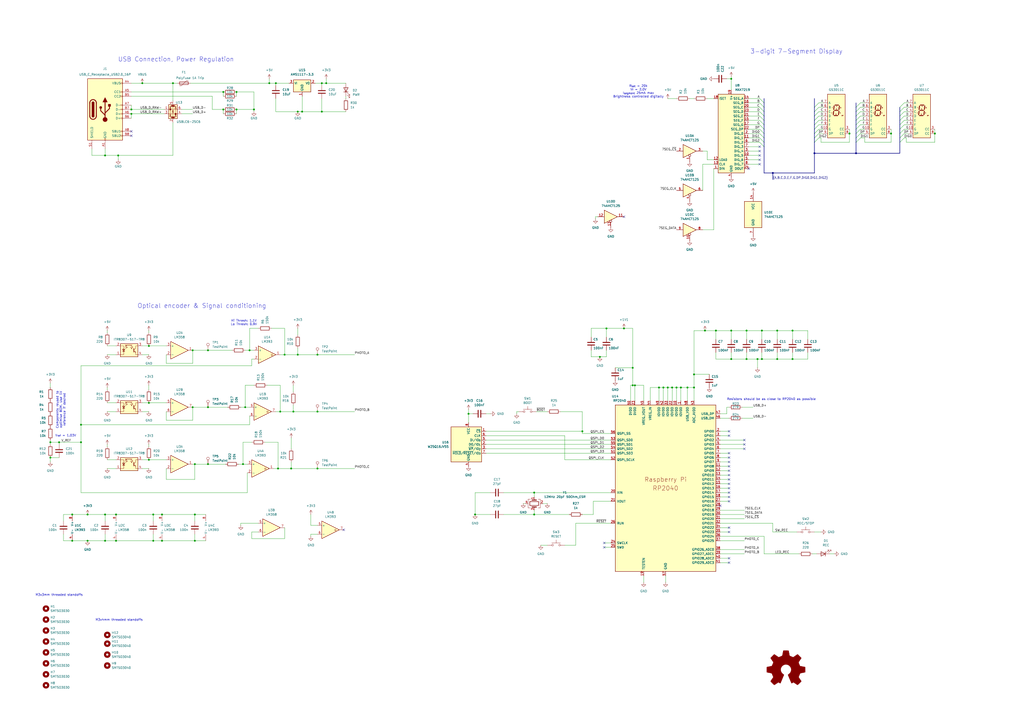
<source format=kicad_sch>
(kicad_sch (version 20250114) (generator "eeschema") (generator_version "9.0")
  (paper "A2")
  (title_block (title "Mass Spring Damper Lab") (rev "01") (company "Monash University") (comment 3 "github.com/michaelruppe/mass-spring") (comment 4 "Michael Ruppe"))
  (text "M3x4mm threaded standoffs" (at 69.088 359.664 0) (effects (font (size 1.27 1.27))))
  (text "Resistors should be as close to RP2040 as possible" (at 421.64 232.41 0) (effects (font (size 1.27 1.27)) (justify left bottom)))
  (text "Hi Thresh: 1.1V\nLo Thresh: 0.9V" (at 141.478 187.198 0) (effects (font (size 1.27 1.27))))
  (text "3-digit 7-Segment Display" (at 462.026 29.972 0) (effects (font (size 2.54 2.54))))
  (text "Components reused to\noptimise BOM. Use 1V\nreference if desired" (at 35.306 237.744 90) (effects (font (size 1.27 1.27))))
  (text "USB Connection, Power Regulation" (at 102.108 34.544 0) (effects (font (size 2.54 2.54))))
  (text "M3x3mm threaded standoffs" (at 34.29 345.186 0) (effects (font (size 1.27 1.27))))
  (text "R_{set} = 20k\nV_{f} = 2.0V\nI_{segment} 25mA max\nBrightness controlled digitally" (at 370.332 53.086 0) (effects (font (size 1.27 1.27))))
  (text "Optical encoder & Signal conditioning" (at 117.094 177.546 0) (effects (font (size 2.54 2.54))))
  (text "V_{ref} = 1.03V" (at 38.1 252.73 0) (effects (font (size 1.27 1.27))))
  (junction (at 46.99 256.54))
  (junction (at 147.32 63.5))
  (junction (at 424.18 191.77))
  (junction (at 34.29 256.54))
  (junction (at 459.74 208.28))
  (junction (at 402.59 217.17))
  (junction (at 542.29 77.47))
  (junction (at 408.94 191.77))
  (junction (at 160.02 48.26))
  (junction (at 76.2 63.5))
  (junction (at 86.36 233.68))
  (junction (at 68.58 90.17))
  (junction (at 113.03 269.24))
  (junction (at 161.29 271.78))
  (junction (at 384.81 224.79))
  (junction (at 184.15 205.74))
  (junction (at 389.89 224.79))
  (junction (at 120.65 236.22))
  (junction (at 113.03 298.45))
  (junction (at 93.98 298.45))
  (junction (at 309.88 298.45))
  (junction (at 368.3 223.52))
  (junction (at 433.07 191.77))
  (junction (at 172.72 64.77))
  (junction (at 29.21 265.43))
  (junction (at 424.18 208.28))
  (junction (at 392.43 224.79))
  (junction (at 433.07 208.28))
  (junction (at 415.29 191.77))
  (junction (at 170.18 238.76))
  (junction (at 129.54 63.5))
  (junction (at 424.18 45.72))
  (junction (at 50.8 313.69))
  (junction (at 186.69 64.77))
  (junction (at 60.96 298.45))
  (junction (at 93.98 313.69))
  (junction (at 271.78 240.03))
  (junction (at 175.26 64.77))
  (junction (at 41.91 313.69))
  (junction (at 172.72 205.74))
  (junction (at 402.59 224.79))
  (junction (at 459.74 191.77))
  (junction (at 516.89 77.47))
  (junction (at 450.85 208.28))
  (junction (at 67.31 313.69))
  (junction (at 41.91 298.45))
  (junction (at 398.78 224.79))
  (junction (at 387.35 224.79))
  (junction (at 165.1 205.74))
  (junction (at 67.31 298.45))
  (junction (at 50.8 298.45))
  (junction (at 111.76 203.2))
  (junction (at 120.65 203.2))
  (junction (at 82.55 48.26))
  (junction (at 60.96 90.17))
  (junction (at 441.96 191.77))
  (junction (at 86.36 200.66))
  (junction (at 137.16 63.5))
  (junction (at 120.65 269.24))
  (junction (at 351.79 190.5))
  (junction (at 367.03 213.36))
  (junction (at 186.69 48.26))
  (junction (at 450.85 191.77))
  (junction (at 189.23 48.26))
  (junction (at 129.54 53.34))
  (junction (at 29.21 256.54))
  (junction (at 347.98 207.01))
  (junction (at 168.91 271.78))
  (junction (at 46.99 246.38))
  (junction (at 162.56 238.76))
  (junction (at 361.95 190.5))
  (junction (at 88.9 313.69))
  (junction (at 86.36 266.7))
  (junction (at 140.97 269.24))
  (junction (at 367.03 223.52))
  (junction (at 496.57 88.9))
  (junction (at 439.42 208.28))
  (junction (at 184.15 238.76))
  (junction (at 142.24 236.22))
  (junction (at 275.59 298.45))
  (junction (at 88.9 298.45))
  (junction (at 144.78 203.2))
  (junction (at 448.31 100.33))
  (junction (at 309.88 285.75))
  (junction (at 394.97 224.79))
  (junction (at 60.96 313.69))
  (junction (at 472.44 88.9))
  (junction (at 100.33 48.26))
  (junction (at 492.76 77.47))
  (junction (at 137.16 53.34))
  (junction (at 76.2 66.04))
  (junction (at 382.27 224.79))
  (junction (at 337.82 250.19))
  (junction (at 111.76 236.22))
  (junction (at 184.15 271.78))
  (junction (at 441.96 208.28))
  (junction (at 156.21 48.26))
  (junction (at 113.03 313.69))
  (no_connect (at 440.69 92.71))
  (no_connect (at 422.91 278.13))
  (no_connect (at 422.91 273.05))
  (no_connect (at 422.91 280.67))
  (no_connect (at 422.91 265.43))
  (no_connect (at 440.69 87.63))
  (no_connect (at 422.91 323.85))
  (no_connect (at 350.52 314.96))
  (no_connect (at 431.8 257.81))
  (no_connect (at 422.91 288.29))
  (no_connect (at 417.83 293.37))
  (no_connect (at 422.91 252.73))
  (no_connect (at 422.91 267.97))
  (no_connect (at 76.2 76.2))
  (no_connect (at 422.91 262.89))
  (no_connect (at 422.91 275.59))
  (no_connect (at 199.39 307.34))
  (no_connect (at 76.2 78.74))
  (no_connect (at 434.34 97.79))
  (no_connect (at 422.91 326.39))
  (no_connect (at 422.91 290.83))
  (no_connect (at 422.91 306.07))
  (no_connect (at 440.69 85.09))
  (no_connect (at 361.95 125.73))
  (no_connect (at 431.8 255.27))
  (no_connect (at 440.69 90.17))
  (no_connect (at 440.69 95.25))
  (no_connect (at 422.91 285.75))
  (no_connect (at 422.91 308.61))
  (no_connect (at 422.91 283.21))
  (no_connect (at 431.8 260.35))
  (no_connect (at 422.91 270.51))
  (no_connect (at 422.91 250.19))
  (no_connect (at 350.52 317.5))
  (bus_entry (at 499.11 69.85) (size -2.54 2.54))
  (bus_entry (at 440.69 62.23) (size 2.54 2.54))
  (bus_entry (at 474.98 74.93) (size -2.54 2.54))
  (bus_entry (at 472.44 82.55) (size 2.54 -2.54))
  (bus_entry (at 499.11 64.77) (size -2.54 2.54))
  (bus_entry (at 474.98 62.23) (size -2.54 2.54))
  (bus_entry (at 524.51 72.39) (size -2.54 2.54))
  (bus_entry (at 474.98 77.47) (size -2.54 2.54))
  (bus_entry (at 440.69 80.01) (size 2.54 2.54))
  (bus_entry (at 474.98 59.69) (size -2.54 2.54))
  (bus_entry (at 524.51 69.85) (size -2.54 2.54))
  (bus_entry (at 524.51 80.01) (size -2.54 2.54))
  (bus_entry (at 499.11 77.47) (size -2.54 2.54))
  (bus_entry (at 499.11 59.69) (size -2.54 2.54))
  (bus_entry (at 524.51 64.77) (size -2.54 2.54))
  (bus_entry (at 440.69 74.93) (size 2.54 2.54))
  (bus_entry (at 440.69 64.77) (size 2.54 2.54))
  (bus_entry (at 499.11 67.31) (size -2.54 2.54))
  (bus_entry (at 440.69 82.55) (size 2.54 2.54))
  (bus_entry (at 474.98 64.77) (size -2.54 2.54))
  (bus_entry (at 524.51 74.93) (size -2.54 2.54))
  (bus_entry (at 474.98 72.39) (size -2.54 2.54))
  (bus_entry (at 499.11 72.39) (size -2.54 2.54))
  (bus_entry (at 524.51 62.23) (size -2.54 2.54))
  (bus_entry (at 440.69 57.15) (size 2.54 2.54))
  (bus_entry (at 524.51 67.31) (size -2.54 2.54))
  (bus_entry (at 496.57 82.55) (size 2.54 -2.54))
  (bus_entry (at 440.69 69.85) (size 2.54 2.54))
  (bus_entry (at 499.11 74.93) (size -2.54 2.54))
  (bus_entry (at 440.69 59.69) (size 2.54 2.54))
  (bus_entry (at 499.11 62.23) (size -2.54 2.54))
  (bus_entry (at 443.23 80.01) (size -2.54 -2.54))
  (bus_entry (at 524.51 77.47) (size -2.54 2.54))
  (bus_entry (at 440.69 72.39) (size 2.54 2.54))
  (bus_entry (at 524.51 59.69) (size -2.54 2.54))
  (bus_entry (at 474.98 69.85) (size -2.54 2.54))
  (bus_entry (at 440.69 67.31) (size 2.54 2.54))
  (bus_entry (at 474.98 67.31) (size -2.54 2.54))
  (wire (pts (xy 168.91 271.78) (xy 184.15 271.78)))
  (wire (pts (xy 46.99 285.75) (xy 143.51 285.75)))
  (wire (pts (xy 402.59 224.79) (xy 402.59 217.17)))
  (wire (pts (xy 281.94 250.19) (xy 337.82 250.19)))
  (wire (pts (xy 143.51 285.75) (xy 143.51 274.32)))
  (wire (pts (xy 100.33 90.17) (xy 68.58 90.17)))
  (wire (pts (xy 422.91 283.21) (xy 417.83 283.21)))
  (wire (pts (xy 60.96 298.45) (xy 67.31 298.45)))
  (bus (pts (xy 496.57 82.55) (xy 496.57 88.9)))
  (wire (pts (xy 172.72 205.74) (xy 172.72 201.93)))
  (wire (pts (xy 93.98 313.69) (xy 113.03 313.69)))
  (wire (pts (xy 82.55 200.66) (xy 86.36 200.66)))
  (wire (pts (xy 351.79 190.5) (xy 351.79 195.58)))
  (bus (pts (xy 443.23 62.23) (xy 443.23 64.77)))
  (bus (pts (xy 443.23 72.39) (xy 443.23 74.93)))
  (bus (pts (xy 472.44 88.9) (xy 496.57 88.9)))
  (wire (pts (xy 111.76 269.24) (xy 113.03 269.24)))
  (wire (pts (xy 303.53 292.1) (xy 304.8 292.1)))
  (wire (pts (xy 337.82 251.46) (xy 354.33 251.46)))
  (wire (pts (xy 356.87 213.36) (xy 367.03 213.36)))
  (wire (pts (xy 417.83 303.53) (xy 448.31 303.53)))
  (wire (pts (xy 82.55 48.26) (xy 100.33 48.26)))
  (wire (pts (xy 417.83 240.03) (xy 421.64 240.03)))
  (wire (pts (xy 299.72 238.76) (xy 300.99 238.76)))
  (wire (pts (xy 82.55 266.7) (xy 86.36 266.7)))
  (wire (pts (xy 281.94 262.89) (xy 354.33 262.89)))
  (wire (pts (xy 434.34 57.15) (xy 440.69 57.15)))
  (wire (pts (xy 29.21 222.25) (xy 29.21 224.79)))
  (wire (pts (xy 144.78 203.2) (xy 144.78 190.5)))
  (wire (pts (xy 281.94 255.27) (xy 354.33 255.27)))
  (wire (pts (xy 186.69 64.77) (xy 175.26 64.77)))
  (wire (pts (xy 29.21 256.54) (xy 29.21 257.81)))
  (bus (pts (xy 448.31 100.33) (xy 472.44 100.33)))
  (wire (pts (xy 82.55 205.74) (xy 86.36 205.74)))
  (wire (pts (xy 146.05 212.09) (xy 146.05 208.28)))
  (bus (pts (xy 521.97 77.47) (xy 521.97 80.01)))
  (wire (pts (xy 96.52 271.78) (xy 96.52 278.13)))
  (bus (pts (xy 521.97 64.77) (xy 521.97 67.31)))
  (bus (pts (xy 443.23 59.69) (xy 443.23 62.23)))
  (wire (pts (xy 299.72 240.03) (xy 299.72 238.76)))
  (wire (pts (xy 82.55 238.76) (xy 86.36 238.76)))
  (wire (pts (xy 448.31 308.61) (xy 462.28 308.61)))
  (wire (pts (xy 422.91 288.29) (xy 417.83 288.29)))
  (wire (pts (xy 524.51 59.69) (xy 527.05 59.69)))
  (wire (pts (xy 62.23 233.68) (xy 67.31 233.68)))
  (wire (pts (xy 407.67 95.25) (xy 414.02 95.25)))
  (bus (pts (xy 443.23 82.55) (xy 443.23 85.09)))
  (wire (pts (xy 471.17 321.31) (xy 473.71 321.31)))
  (wire (pts (xy 60.96 90.17) (xy 53.34 90.17)))
  (wire (pts (xy 344.17 290.83) (xy 354.33 290.83)))
  (wire (pts (xy 46.99 212.09) (xy 46.99 246.38)))
  (wire (pts (xy 422.91 323.85) (xy 417.83 323.85)))
  (wire (pts (xy 180.34 311.15) (xy 180.34 309.88)))
  (wire (pts (xy 50.8 298.45) (xy 60.96 298.45)))
  (wire (pts (xy 271.78 237.49) (xy 271.78 240.03)))
  (wire (pts (xy 146.05 308.61) (xy 149.86 308.61)))
  (wire (pts (xy 281.94 257.81) (xy 354.33 257.81)))
  (wire (pts (xy 459.74 204.47) (xy 459.74 208.28)))
  (wire (pts (xy 281.94 260.35) (xy 354.33 260.35)))
  (wire (pts (xy 474.98 59.69) (xy 477.52 59.69)))
  (wire (pts (xy 29.21 256.54) (xy 34.29 256.54)))
  (bus (pts (xy 472.44 64.77) (xy 472.44 67.31)))
  (wire (pts (xy 468.63 191.77) (xy 459.74 191.77)))
  (wire (pts (xy 430.53 242.57) (xy 436.88 242.57)))
  (wire (pts (xy 422.91 290.83) (xy 417.83 290.83)))
  (wire (pts (xy 414.02 133.35) (xy 414.02 97.79)))
  (wire (pts (xy 377.19 224.79) (xy 382.27 224.79)))
  (bus (pts (xy 496.57 74.93) (xy 496.57 77.47)))
  (wire (pts (xy 516.89 74.93) (xy 516.89 77.47)))
  (wire (pts (xy 415.29 191.77) (xy 415.29 196.85)))
  (wire (pts (xy 499.11 69.85) (xy 501.65 69.85)))
  (wire (pts (xy 422.91 285.75) (xy 417.83 285.75)))
  (wire (pts (xy 441.96 191.77) (xy 433.07 191.77)))
  (wire (pts (xy 382.27 224.79) (xy 384.81 224.79)))
  (wire (pts (xy 86.36 233.68) (xy 96.52 233.68)))
  (bus (pts (xy 443.23 85.09) (xy 443.23 100.33)))
  (wire (pts (xy 434.34 72.39) (xy 440.69 72.39)))
  (wire (pts (xy 309.88 295.91) (xy 309.88 298.45)))
  (wire (pts (xy 389.89 224.79) (xy 389.89 232.41)))
  (wire (pts (xy 433.07 191.77) (xy 424.18 191.77)))
  (wire (pts (xy 398.78 224.79) (xy 398.78 232.41)))
  (wire (pts (xy 62.23 200.66) (xy 67.31 200.66)))
  (wire (pts (xy 367.03 223.52) (xy 368.3 223.52)))
  (wire (pts (xy 62.23 257.81) (xy 62.23 259.08)))
  (wire (pts (xy 309.88 298.45) (xy 330.2 298.45)))
  (wire (pts (xy 160.02 48.26) (xy 167.64 48.26)))
  (wire (pts (xy 156.21 45.72) (xy 156.21 48.26)))
  (bus (pts (xy 496.57 80.01) (xy 496.57 82.55)))
  (wire (pts (xy 142.24 236.22) (xy 142.24 223.52)))
  (wire (pts (xy 170.18 238.76) (xy 170.18 234.95)))
  (wire (pts (xy 474.98 67.31) (xy 477.52 67.31)))
  (wire (pts (xy 407.67 87.63) (xy 410.21 87.63)))
  (wire (pts (xy 474.98 74.93) (xy 477.52 74.93)))
  (bus (pts (xy 443.23 64.77) (xy 443.23 67.31)))
  (wire (pts (xy 309.88 285.75) (xy 354.33 285.75)))
  (wire (pts (xy 524.51 77.47) (xy 527.05 77.47)))
  (wire (pts (xy 367.03 213.36) (xy 367.03 190.5)))
  (wire (pts (xy 450.85 191.77) (xy 450.85 196.85)))
  (wire (pts (xy 275.59 298.45) (xy 284.48 298.45)))
  (bus (pts (xy 443.23 80.01) (xy 443.23 82.55)))
  (wire (pts (xy 161.29 271.78) (xy 158.75 271.78)))
  (wire (pts (xy 144.78 203.2) (xy 147.32 203.2)))
  (wire (pts (xy 524.51 67.31) (xy 527.05 67.31)))
  (wire (pts (xy 139.7 304.8) (xy 139.7 303.53)))
  (bus (pts (xy 521.97 74.93) (xy 521.97 77.47)))
  (wire (pts (xy 200.66 64.77) (xy 186.69 64.77)))
  (bus (pts (xy 496.57 69.85) (xy 496.57 72.39)))
  (wire (pts (xy 417.83 321.31) (xy 431.8 321.31)))
  (wire (pts (xy 434.34 92.71) (xy 440.69 92.71)))
  (wire (pts (xy 111.76 243.84) (xy 111.76 236.22)))
  (wire (pts (xy 402.59 217.17) (xy 411.48 217.17)))
  (wire (pts (xy 311.15 238.76) (xy 317.5 238.76)))
  (wire (pts (xy 422.91 278.13) (xy 417.83 278.13)))
  (wire (pts (xy 172.72 205.74) (xy 184.15 205.74)))
  (wire (pts (xy 86.36 200.66) (xy 96.52 200.66)))
  (wire (pts (xy 417.83 270.51) (xy 422.91 270.51)))
  (wire (pts (xy 86.36 266.7) (xy 96.52 266.7)))
  (bus (pts (xy 472.44 74.93) (xy 472.44 77.47)))
  (wire (pts (xy 542.29 82.55) (xy 542.29 77.47)))
  (bus (pts (xy 496.57 67.31) (xy 496.57 69.85)))
  (wire (pts (xy 344.17 298.45) (xy 344.17 290.83)))
  (wire (pts (xy 424.18 44.45) (xy 424.18 45.72)))
  (wire (pts (xy 499.11 77.47) (xy 501.65 77.47)))
  (wire (pts (xy 96.52 205.74) (xy 96.52 210.82)))
  (wire (pts (xy 123.19 55.88) (xy 123.19 63.5)))
  (wire (pts (xy 137.16 63.5) (xy 147.32 63.5)))
  (wire (pts (xy 62.23 238.76) (xy 67.31 238.76)))
  (wire (pts (xy 377.19 224.79) (xy 377.19 232.41)))
  (wire (pts (xy 394.97 224.79) (xy 398.78 224.79)))
  (wire (pts (xy 468.63 204.47) (xy 468.63 208.28)))
  (wire (pts (xy 434.34 64.77) (xy 440.69 64.77)))
  (wire (pts (xy 434.34 59.69) (xy 440.69 59.69)))
  (wire (pts (xy 186.69 48.26) (xy 186.69 49.53)))
  (wire (pts (xy 499.11 74.93) (xy 501.65 74.93)))
  (bus (pts (xy 443.23 57.15) (xy 443.23 59.69)))
  (wire (pts (xy 450.85 208.28) (xy 441.96 208.28)))
  (wire (pts (xy 387.35 224.79) (xy 387.35 232.41)))
  (wire (pts (xy 373.38 334.01) (xy 373.38 337.82)))
  (wire (pts (xy 450.85 191.77) (xy 441.96 191.77)))
  (wire (pts (xy 110.49 48.26) (xy 156.21 48.26)))
  (wire (pts (xy 474.98 77.47) (xy 477.52 77.47)))
  (wire (pts (xy 434.34 80.01) (xy 440.69 80.01)))
  (wire (pts (xy 170.18 223.52) (xy 170.18 227.33)))
  (wire (pts (xy 345.44 125.73) (xy 346.71 125.73)))
  (wire (pts (xy 394.97 224.79) (xy 394.97 232.41)))
  (bus (pts (xy 496.57 59.69) (xy 496.57 62.23)))
  (wire (pts (xy 184.15 205.74) (xy 205.74 205.74)))
  (wire (pts (xy 60.96 90.17) (xy 60.96 86.36)))
  (wire (pts (xy 113.03 309.88) (xy 113.03 313.69)))
  (wire (pts (xy 350.52 317.5) (xy 354.33 317.5)))
  (wire (pts (xy 50.8 313.69) (xy 41.91 313.69)))
  (wire (pts (xy 292.1 285.75) (xy 309.88 285.75)))
  (wire (pts (xy 96.52 210.82) (xy 111.76 210.82)))
  (wire (pts (xy 408.94 191.77) (xy 415.29 191.77)))
  (bus (pts (xy 521.97 82.55) (xy 521.97 88.9)))
  (wire (pts (xy 327.66 252.73) (xy 327.66 266.7)))
  (wire (pts (xy 142.24 236.22) (xy 144.78 236.22)))
  (wire (pts (xy 53.34 86.36) (xy 53.34 90.17)))
  (wire (pts (xy 410.21 92.71) (xy 414.02 92.71)))
  (wire (pts (xy 421.64 45.72) (xy 424.18 45.72)))
  (wire (pts (xy 434.34 82.55) (xy 440.69 82.55)))
  (wire (pts (xy 147.32 53.34) (xy 147.32 63.5)))
  (wire (pts (xy 407.67 133.35) (xy 414.02 133.35)))
  (wire (pts (xy 137.16 53.34) (xy 137.16 55.88)))
  (wire (pts (xy 424.18 191.77) (xy 424.18 196.85)))
  (bus (pts (xy 521.97 80.01) (xy 521.97 82.55)))
  (wire (pts (xy 138.43 269.24) (xy 140.97 269.24)))
  (wire (pts (xy 62.23 224.79) (xy 62.23 226.06)))
  (wire (pts (xy 422.91 280.67) (xy 417.83 280.67)))
  (wire (pts (xy 402.59 224.79) (xy 402.59 232.41)))
  (wire (pts (xy 434.34 74.93) (xy 440.69 74.93)))
  (wire (pts (xy 67.31 298.45) (xy 88.9 298.45)))
  (wire (pts (xy 468.63 208.28) (xy 459.74 208.28)))
  (wire (pts (xy 433.07 191.77) (xy 433.07 196.85)))
  (wire (pts (xy 105.41 66.04) (xy 111.76 66.04)))
  (wire (pts (xy 524.51 64.77) (xy 527.05 64.77)))
  (wire (pts (xy 524.51 69.85) (xy 527.05 69.85)))
  (wire (pts (xy 422.91 267.97) (xy 417.83 267.97)))
  (wire (pts (xy 422.91 326.39) (xy 417.83 326.39)))
  (wire (pts (xy 389.89 224.79) (xy 392.43 224.79)))
  (wire (pts (xy 309.88 285.75) (xy 309.88 288.29)))
  (wire (pts (xy 499.11 72.39) (xy 501.65 72.39)))
  (wire (pts (xy 172.72 64.77) (xy 160.02 64.77)))
  (wire (pts (xy 365.76 232.41) (xy 365.76 223.52)))
  (wire (pts (xy 184.15 271.78) (xy 205.74 271.78)))
  (wire (pts (xy 146.05 312.42) (xy 146.05 308.61)))
  (wire (pts (xy 184.15 238.76) (xy 205.74 238.76)))
  (wire (pts (xy 76.2 48.26) (xy 82.55 48.26)))
  (bus (pts (xy 472.44 72.39) (xy 472.44 74.93)))
  (wire (pts (xy 492.76 82.55) (xy 476.25 82.55)))
  (wire (pts (xy 62.23 205.74) (xy 67.31 205.74)))
  (wire (pts (xy 284.48 285.75) (xy 275.59 285.75)))
  (wire (pts (xy 334.01 316.23) (xy 334.01 303.53)))
  (bus (pts (xy 472.44 82.55) (xy 472.44 88.9)))
  (wire (pts (xy 156.21 48.26) (xy 160.02 48.26)))
  (wire (pts (xy 60.96 313.69) (xy 50.8 313.69)))
  (wire (pts (xy 111.76 210.82) (xy 111.76 203.2)))
  (wire (pts (xy 180.34 304.8) (xy 180.34 298.45)))
  (wire (pts (xy 476.25 82.55) (xy 476.25 80.01)))
  (wire (pts (xy 422.91 265.43) (xy 417.83 265.43)))
  (wire (pts (xy 160.02 64.77) (xy 160.02 57.15)))
  (wire (pts (xy 421.64 236.22) (xy 422.91 236.22)))
  (wire (pts (xy 424.18 208.28) (xy 415.29 208.28)))
  (wire (pts (xy 439.42 208.28) (xy 441.96 208.28)))
  (wire (pts (xy 382.27 232.41) (xy 382.27 224.79)))
  (wire (pts (xy 120.65 269.24) (xy 130.81 269.24)))
  (wire (pts (xy 36.83 298.45) (xy 41.91 298.45)))
  (wire (pts (xy 82.55 233.68) (xy 86.36 233.68)))
  (wire (pts (xy 88.9 313.69) (xy 67.31 313.69)))
  (wire (pts (xy 422.91 306.07) (xy 417.83 306.07)))
  (wire (pts (xy 448.31 303.53) (xy 448.31 308.61)))
  (wire (pts (xy 113.03 298.45) (xy 119.38 298.45)))
  (wire (pts (xy 120.65 236.22) (xy 132.08 236.22)))
  (wire (pts (xy 76.2 66.04) (xy 76.2 68.58)))
  (wire (pts (xy 34.29 256.54) (xy 46.99 256.54)))
  (wire (pts (xy 168.91 254) (xy 168.91 260.35)))
  (wire (pts (xy 274.32 240.03) (xy 271.78 240.03)))
  (wire (pts (xy 157.48 190.5) (xy 165.1 190.5)))
  (wire (pts (xy 468.63 196.85) (xy 468.63 191.77)))
  (wire (pts (xy 275.59 285.75) (xy 275.59 298.45)))
  (wire (pts (xy 499.11 62.23) (xy 501.65 62.23)))
  (wire (pts (xy 113.03 313.69) (xy 119.38 313.69)))
  (wire (pts (xy 337.82 238.76) (xy 337.82 250.19)))
  (wire (pts (xy 62.23 266.7) (xy 67.31 266.7)))
  (wire (pts (xy 367.03 190.5) (xy 361.95 190.5)))
  (wire (pts (xy 123.19 63.5) (xy 129.54 63.5)))
  (wire (pts (xy 162.56 223.52) (xy 162.56 238.76)))
  (wire (pts (xy 314.96 292.1) (xy 317.5 292.1)))
  (wire (pts (xy 41.91 298.45) (xy 50.8 298.45)))
  (wire (pts (xy 441.96 204.47) (xy 441.96 208.28)))
  (wire (pts (xy 417.83 260.35) (xy 431.8 260.35)))
  (bus (pts (xy 443.23 100.33) (xy 448.31 100.33)))
  (bus (pts (xy 521.97 67.31) (xy 521.97 69.85)))
  (wire (pts (xy 415.29 208.28) (xy 415.29 204.47)))
  (wire (pts (xy 367.03 213.36) (xy 367.03 223.52)))
  (wire (pts (xy 501.65 80.01) (xy 501.65 82.55)))
  (wire (pts (xy 459.74 191.77) (xy 459.74 196.85)))
  (wire (pts (xy 134.62 203.2) (xy 120.65 203.2)))
  (wire (pts (xy 347.98 207.01) (xy 342.9 207.01)))
  (wire (pts (xy 140.97 269.24) (xy 140.97 256.54)))
  (wire (pts (xy 76.2 55.88) (xy 123.19 55.88)))
  (bus (pts (xy 521.97 69.85) (xy 521.97 72.39)))
  (wire (pts (xy 424.18 204.47) (xy 424.18 208.28)))
  (wire (pts (xy 434.34 62.23) (xy 440.69 62.23)))
  (wire (pts (xy 46.99 246.38) (xy 144.78 246.38)))
  (wire (pts (xy 325.12 238.76) (xy 337.82 238.76)))
  (bus (pts (xy 443.23 69.85) (xy 443.23 72.39)))
  (wire (pts (xy 524.51 72.39) (xy 527.05 72.39)))
  (wire (pts (xy 100.33 48.26) (xy 100.33 58.42)))
  (wire (pts (xy 417.83 311.15) (xy 443.23 311.15)))
  (wire (pts (xy 129.54 63.5) (xy 129.54 66.04)))
  (wire (pts (xy 492.76 74.93) (xy 492.76 77.47)))
  (bus (pts (xy 521.97 72.39) (xy 521.97 74.93)))
  (wire (pts (xy 62.23 271.78) (xy 67.31 271.78)))
  (wire (pts (xy 474.98 62.23) (xy 477.52 62.23)))
  (wire (pts (xy 361.95 190.5) (xy 351.79 190.5)))
  (wire (pts (xy 165.1 306.07) (xy 165.1 312.42)))
  (wire (pts (xy 147.32 63.5) (xy 147.32 64.77)))
  (wire (pts (xy 384.81 224.79) (xy 384.81 232.41)))
  (bus (pts (xy 521.97 62.23) (xy 521.97 64.77)))
  (wire (pts (xy 373.38 223.52) (xy 368.3 223.52)))
  (wire (pts (xy 46.99 212.09) (xy 146.05 212.09)))
  (wire (pts (xy 410.21 57.15) (xy 414.02 57.15)))
  (wire (pts (xy 41.91 313.69) (xy 36.83 313.69)))
  (wire (pts (xy 76.2 53.34) (xy 129.54 53.34)))
  (wire (pts (xy 351.79 203.2) (xy 351.79 207.01)))
  (wire (pts (xy 67.31 313.69) (xy 60.96 313.69)))
  (wire (pts (xy 93.98 298.45) (xy 113.03 298.45)))
  (wire (pts (xy 422.91 308.61) (xy 417.83 308.61)))
  (wire (pts (xy 431.8 255.27) (xy 417.83 255.27)))
  (wire (pts (xy 474.98 72.39) (xy 477.52 72.39)))
  (wire (pts (xy 281.94 252.73) (xy 327.66 252.73)))
  (wire (pts (xy 182.88 48.26) (xy 186.69 48.26)))
  (wire (pts (xy 100.33 48.26) (xy 102.87 48.26)))
  (bus (pts (xy 472.44 69.85) (xy 472.44 72.39)))
  (wire (pts (xy 434.34 85.09) (xy 440.69 85.09)))
  (wire (pts (xy 165.1 312.42) (xy 146.05 312.42)))
  (bus (pts (xy 443.23 74.93) (xy 443.23 77.47)))
  (bus (pts (xy 472.44 100.33) (xy 472.44 88.9)))
  (wire (pts (xy 113.03 269.24) (xy 120.65 269.24)))
  (wire (pts (xy 62.23 191.77) (xy 62.23 193.04)))
  (wire (pts (xy 499.11 64.77) (xy 501.65 64.77)))
  (bus (pts (xy 496.57 72.39) (xy 496.57 74.93)))
  (wire (pts (xy 439.42 208.28) (xy 433.07 208.28)))
  (wire (pts (xy 165.1 190.5) (xy 165.1 205.74)))
  (wire (pts (xy 365.76 223.52) (xy 367.03 223.52)))
  (wire (pts (xy 161.29 256.54) (xy 161.29 271.78)))
  (wire (pts (xy 88.9 309.88) (xy 88.9 313.69)))
  (wire (pts (xy 386.08 334.01) (xy 386.08 337.82)))
  (wire (pts (xy 474.98 64.77) (xy 477.52 64.77)))
  (wire (pts (xy 483.87 321.31) (xy 481.33 321.31)))
  (wire (pts (xy 499.11 80.01) (xy 501.65 80.01)))
  (wire (pts (xy 421.64 240.03) (xy 421.64 236.22)))
  (wire (pts (xy 337.82 250.19) (xy 337.82 251.46)))
  (wire (pts (xy 433.07 208.28) (xy 424.18 208.28)))
  (wire (pts (xy 144.78 190.5) (xy 149.86 190.5)))
  (wire (pts (xy 137.16 53.34) (xy 147.32 53.34)))
  (wire (pts (xy 450.85 204.47) (xy 450.85 208.28)))
  (wire (pts (xy 96.52 243.84) (xy 111.76 243.84)))
  (bus (pts (xy 448.31 104.14) (xy 448.31 100.33)))
  (wire (pts (xy 417.83 295.91) (xy 431.8 295.91)))
  (bus (pts (xy 472.44 62.23) (xy 472.44 64.77)))
  (wire (pts (xy 281.94 240.03) (xy 284.48 240.03)))
  (wire (pts (xy 350.52 314.96) (xy 354.33 314.96)))
  (bus (pts (xy 496.57 62.23) (xy 496.57 64.77)))
  (bus (pts (xy 496.57 88.9) (xy 521.97 88.9)))
  (wire (pts (xy 368.3 223.52) (xy 368.3 232.41)))
  (wire (pts (xy 417.83 298.45) (xy 431.8 298.45)))
  (wire (pts (xy 417.83 318.77) (xy 431.8 318.77)))
  (wire (pts (xy 474.98 69.85) (xy 477.52 69.85)))
  (wire (pts (xy 34.29 256.54) (xy 34.29 257.81)))
  (wire (pts (xy 398.78 224.79) (xy 402.59 224.79)))
  (wire (pts (xy 186.69 57.15) (xy 186.69 64.77)))
  (wire (pts (xy 417.83 313.69) (xy 431.8 313.69)))
  (wire (pts (xy 144.78 246.38) (xy 144.78 241.3)))
  (wire (pts (xy 424.18 191.77) (xy 415.29 191.77)))
  (wire (pts (xy 434.34 90.17) (xy 440.69 90.17)))
  (wire (pts (xy 351.79 207.01) (xy 347.98 207.01)))
  (wire (pts (xy 433.07 204.47) (xy 433.07 208.28)))
  (wire (pts (xy 68.58 92.71) (xy 68.58 90.17)))
  (wire (pts (xy 542.29 74.93) (xy 542.29 77.47)))
  (wire (pts (xy 387.35 224.79) (xy 389.89 224.79)))
  (wire (pts (xy 68.58 90.17) (xy 60.96 90.17)))
  (wire (pts (xy 443.23 311.15) (xy 443.23 321.31)))
  (wire (pts (xy 342.9 190.5) (xy 342.9 195.58)))
  (wire (pts (xy 60.96 298.45) (xy 60.96 302.26)))
  (wire (pts (xy 430.53 236.22) (xy 436.88 236.22)))
  (bus (pts (xy 472.44 80.01) (xy 472.44 82.55)))
  (wire (pts (xy 443.23 321.31) (xy 463.55 321.31)))
  (wire (pts (xy 434.34 69.85) (xy 440.69 69.85)))
  (wire (pts (xy 410.21 87.63) (xy 410.21 92.71)))
  (wire (pts (xy 392.43 224.79) (xy 394.97 224.79)))
  (wire (pts (xy 129.54 53.34) (xy 129.54 55.88)))
  (wire (pts (xy 431.8 257.81) (xy 417.83 257.81)))
  (wire (pts (xy 472.44 308.61) (xy 476.25 308.61)))
  (wire (pts (xy 46.99 256.54) (xy 46.99 285.75)))
  (wire (pts (xy 175.26 55.88) (xy 175.26 64.77)))
  (wire (pts (xy 524.51 80.01) (xy 525.78 80.01)))
  (wire (pts (xy 424.18 45.72) (xy 424.18 52.07)))
  (wire (pts (xy 441.96 191.77) (xy 441.96 196.85)))
  (wire (pts (xy 402.59 217.17) (xy 402.59 191.77)))
  (bus (pts (xy 472.44 57.15) (xy 472.44 62.23)))
  (wire (pts (xy 96.52 238.76) (xy 96.52 243.84)))
  (wire (pts (xy 384.81 224.79) (xy 387.35 224.79)))
  (wire (pts (xy 146.05 208.28) (xy 147.32 208.28)))
  (wire (pts (xy 168.91 271.78) (xy 168.91 267.97)))
  (wire (pts (xy 422.91 275.59) (xy 417.83 275.59)))
  (wire (pts (xy 46.99 246.38) (xy 46.99 256.54)))
  (wire (pts (xy 184.15 304.8) (xy 180.34 304.8)))
  (wire (pts (xy 162.56 238.76) (xy 170.18 238.76)))
  (wire (pts (xy 492.76 77.47) (xy 492.76 82.55)))
  (wire (pts (xy 113.03 269.24) (xy 113.03 278.13)))
  (wire (pts (xy 434.34 95.25) (xy 440.69 95.25)))
  (wire (pts (xy 351.79 190.5) (xy 342.9 190.5)))
  (bus (pts (xy 472.44 77.47) (xy 472.44 80.01)))
  (wire (pts (xy 392.43 224.79) (xy 392.43 232.41)))
  (wire (pts (xy 476.25 80.01) (xy 474.98 80.01)))
  (wire (pts (xy 524.51 62.23) (xy 527.05 62.23)))
  (wire (pts (xy 153.67 256.54) (xy 161.29 256.54)))
  (wire (pts (xy 29.21 265.43) (xy 29.21 267.97)))
  (wire (pts (xy 402.59 57.15) (xy 400.05 57.15)))
  (wire (pts (xy 417.83 300.99) (xy 431.8 300.99)))
  (wire (pts (xy 86.36 191.77) (xy 86.36 193.04)))
  (wire (pts (xy 271.78 240.03) (xy 271.78 245.11)))
  (wire (pts (xy 93.98 313.69) (xy 88.9 313.69)))
  (wire (pts (xy 417.83 262.89) (xy 422.91 262.89)))
  (wire (pts (xy 402.59 191.77) (xy 408.94 191.77)))
  (wire (pts (xy 60.96 309.88) (xy 60.96 313.69)))
  (wire (pts (xy 337.82 298.45) (xy 344.17 298.45)))
  (wire (pts (xy 327.66 316.23) (xy 334.01 316.23)))
  (wire (pts (xy 36.83 313.69) (xy 36.83 309.88)))
  (wire (pts (xy 317.5 316.23) (xy 313.69 316.23)))
  (wire (pts (xy 525.78 82.55) (xy 542.29 82.55)))
  (wire (pts (xy 137.16 63.5) (xy 137.16 66.04)))
  (wire (pts (xy 459.74 208.28) (xy 450.85 208.28)))
  (wire (pts (xy 86.36 257.81) (xy 86.36 259.08)))
  (wire (pts (xy 292.1 298.45) (xy 309.88 298.45)))
  (wire (pts (xy 161.29 271.78) (xy 168.91 271.78)))
  (wire (pts (xy 334.01 303.53) (xy 354.33 303.53)))
  (wire (pts (xy 96.52 278.13) (xy 113.03 278.13)))
  (wire (pts (xy 417.83 242.57) (xy 422.91 242.57)))
  (wire (pts (xy 439.42 208.28) (xy 439.42 213.36)))
  (wire (pts (xy 100.33 71.12) (xy 100.33 90.17)))
  (bus (pts (xy 472.44 67.31) (xy 472.44 69.85)))
  (wire (pts (xy 160.02 49.53) (xy 160.02 48.26)))
  (wire (pts (xy 342.9 207.01) (xy 342.9 203.2)))
  (wire (pts (xy 422.91 250.19) (xy 417.83 250.19)))
  (wire (pts (xy 29.21 255.27) (xy 29.21 256.54)))
  (wire (pts (xy 407.67 110.49) (xy 407.67 95.25)))
  (wire (pts (xy 180.34 309.88) (xy 184.15 309.88)))
  (wire (pts (xy 501.65 82.55) (xy 516.89 82.55)))
  (wire (pts (xy 162.56 238.76) (xy 160.02 238.76)))
  (wire (pts (xy 373.38 223.52) (xy 373.38 232.41)))
  (wire (pts (xy 140.97 256.54) (xy 146.05 256.54)))
  (wire (pts (xy 434.34 77.47) (xy 440.69 77.47)))
  (wire (pts (xy 76.2 60.96) (xy 76.2 63.5)))
  (wire (pts (xy 170.18 238.76) (xy 184.15 238.76)))
  (wire (pts (xy 139.7 236.22) (xy 142.24 236.22)))
  (wire (pts (xy 524.51 74.93) (xy 527.05 74.93)))
  (wire (pts (xy 86.36 223.52) (xy 86.36 226.06)))
  (wire (pts (xy 105.41 63.5) (xy 111.76 63.5)))
  (bus (pts (xy 496.57 77.47) (xy 496.57 80.01)))
  (wire (pts (xy 140.97 269.24) (xy 143.51 269.24)))
  (wire (pts (xy 417.83 273.05) (xy 422.91 273.05)))
  (wire (pts (xy 29.21 265.43) (xy 34.29 265.43)))
  (wire (pts (xy 172.72 190.5) (xy 172.72 194.31)))
  (wire (pts (xy 516.89 82.55) (xy 516.89 77.47)))
  (wire (pts (xy 327.66 266.7) (xy 354.33 266.7)))
  (wire (pts (xy 200.66 55.88) (xy 200.66 57.15)))
  (wire (pts (xy 189.23 48.26) (xy 200.66 48.26)))
  (wire (pts (xy 142.24 223.52) (xy 147.32 223.52)))
  (wire (pts (xy 172.72 64.77) (xy 175.26 64.77)))
  (wire (pts (xy 499.11 67.31) (xy 501.65 67.31)))
  (wire (pts (xy 139.7 303.53) (xy 149.86 303.53)))
  (wire (pts (xy 345.44 127) (xy 345.44 125.73)))
  (wire (pts (xy 422.91 252.73) (xy 417.83 252.73)))
  (wire (pts (xy 165.1 205.74) (xy 162.56 205.74)))
  (wire (pts (xy 113.03 302.26) (xy 113.03 298.45)))
  (bus (pts (xy 443.23 77.47) (xy 443.23 80.01)))
  (wire (pts (xy 142.24 203.2) (xy 144.78 203.2)))
  (wire (pts (xy 387.35 57.15) (xy 392.43 57.15)))
  (wire (pts (xy 499.11 59.69) (xy 501.65 59.69)))
  (wire (pts (xy 88.9 298.45) (xy 93.98 298.45)))
  (wire (pts (xy 120.65 203.2) (xy 111.76 203.2)))
  (wire (pts (xy 525.78 80.01) (xy 525.78 82.55)))
  (wire (pts (xy 165.1 205.74) (xy 172.72 205.74)))
  (wire (pts (xy 82.55 271.78) (xy 86.36 271.78)))
  (wire (pts (xy 76.2 66.04) (xy 95.25 66.04)))
  (wire (pts (xy 111.76 236.22) (xy 120.65 236.22)))
  (wire (pts (xy 434.34 67.31) (xy 440.69 67.31)))
  (wire (pts (xy 459.74 191.77) (xy 450.85 191.77)))
  (wire (pts (xy 154.94 223.52) (xy 162.56 223.52)))
  (wire (pts (xy 189.23 45.72) (xy 189.23 48.26)))
  (wire (pts (xy 189.23 48.26) (xy 186.69 48.26)))
  (wire (pts (xy 434.34 87.63) (xy 440.69 87.63)))
  (wire (pts (xy 36.83 302.26) (xy 36.83 298.45)))
  (bus (pts (xy 443.23 67.31) (xy 443.23 69.85)))
  (bus (pts (xy 496.57 64.77) (xy 496.57 67.31)))
  (wire (pts (xy 88.9 302.26) (xy 88.9 298.45)))
  (wire (pts (xy 76.2 63.5) (xy 95.25 63.5)))
  (label "PHOTO_A" (at 205.74 205.74 0))
  (label "G" (at 527.05 74.93 180))
  (label "SW_REC" (at 449.58 308.61 0))
  (label "QSPI_D3" (at 350.52 262.89 180))
  (label "G" (at 477.52 74.93 180))
  (label "QSPI_D2" (at 350.52 260.35 180))
  (label "E" (at 501.65 69.85 180))
  (label "E" (at 477.52 69.85 180))
  (label "DIG1" (at 499.11 80.01 0))
  (label "G" (at 501.65 74.93 180))
  (label "C" (at 501.65 64.77 180))
  (label "QSPI_CS" (at 350.52 251.46 180))
  (label "DIG2" (at 440.69 82.55 180))
  (label "USB_D_RAW-" (at 81.28 63.5 0))
  (label "F" (at 501.65 72.39 180))
  (label "D" (at 477.52 67.31 180))
  (label "DIG1" (at 440.69 80.01 180))
  (label "V_REF" (at 35.56 256.54 0))
  (label "F" (at 527.05 72.39 180))
  (label "PHOTO_A" (at 431.8 318.77 0))
  (label "A" (at 501.65 59.69 180))
  (label "C" (at 440.69 62.23 180))
  (label "E" (at 440.69 67.31 180))
  (label "G" (at 440.69 72.39 180))
  (label "DIG2" (at 474.98 80.01 0))
  (label "B" (at 440.69 59.69 180))
  (label "USB_D_RAW+" (at 81.28 66.04 0))
  (label "A" (at 440.69 57.15 180))
  (label "PHOTO_C" (at 205.74 271.78 0))
  (label "D" (at 440.69 64.77 180))
  (label "7SEG_~{CS}" (at 431.8 300.99 0))
  (label "DP" (at 527.05 77.47 180))
  (label "QSPI_D1" (at 350.52 257.81 180))
  (label "F" (at 477.52 72.39 180))
  (label "7SEG_CLK" (at 431.8 295.91 0))
  (label "~{BOOT}" (at 311.15 238.76 0))
  (label "A" (at 477.52 59.69 180))
  (label "PHOTO_C" (at 431.8 313.69 0))
  (label "B" (at 527.05 62.23 180))
  (label "DIG0" (at 524.51 80.01 0))
  (label "7SEG_CLK" (at 392.43 110.49 180))
  (label "D" (at 501.65 67.31 180))
  (label "USB_D-" (at 436.88 242.57 0))
  (label "E" (at 527.05 69.85 180))
  (label "USB_D+" (at 111.76 66.04 0))
  (label "DP" (at 440.69 74.93 180))
  (label "7SEG_DATA" (at 392.43 133.35 180))
  (label "C" (at 527.05 64.77 180))
  (label "LED_REC" (at 449.58 321.31 0))
  (label "DIG0" (at 440.69 77.47 180))
  (label "7SEG_~{CS}" (at 392.43 87.63 180))
  (label "A" (at 527.05 59.69 180))
  (label "B" (at 477.52 62.23 180))
  (label "{A,B,C,D,E,F,G,DP,DIG0,DIG1,DIG2}" (at 448.31 104.14 0))
  (label "7SEG_DATA" (at 431.8 298.45 0))
  (label "DP" (at 501.65 77.47 180))
  (label "D" (at 527.05 67.31 180))
  (label "DP" (at 477.52 77.47 180))
  (label "QSPI_CLK" (at 350.52 266.7 180))
  (label "QSPI_D0" (at 350.52 255.27 180))
  (label "B" (at 501.65 62.23 180))
  (label "PHOTO_B" (at 205.74 238.76 0))
  (label "USB_D-" (at 111.76 63.5 0))
  (label "~{RESET}" (at 351.79 303.53 180))
  (label "PHOTO_B" (at 431.8 321.31 0))
  (label "USB_D+" (at 436.88 236.22 0))
  (label "C" (at 477.52 64.77 180))
  (label "F" (at 440.69 69.85 180))
  (symbol (lib_id "Device:C") (at 342.9 199.39 0) (unit 1)
    (property "Reference" "C5" (at 344.17 196.85 0) (effects (justify left)))
    (property "Value" "100nF" (at 344.17 201.93 0) (effects (justify left)))
    (property "Footprint" "Capacitor_SMD:C_0603_1608Metric" (effects (hide yes)))
    (property "LCSC Part #" "C14663" (effects (hide yes)))
  )
  (symbol (lib_id "Device:C") (at 450.85 200.66 0) (unit 1)
    (property "Reference" "C11" (at 452.12 198.12 0) (effects (justify left)))
    (property "Value" "100nF" (at 452.12 203.2 0) (effects (justify left)))
    (property "Footprint" "Capacitor_SMD:C_0603_1608Metric" (effects (hide yes)))
    (property "LCSC Part #" "C14663" (effects (hide yes)))
  )
  (symbol (lib_id "power:+3V3") (at 29.21 222.25 0) (unit 1)
    (property "Reference" "#PWR01" (effects (hide yes)))
    (property "Value" "+3V3" (at 29.21 217.17 0))
    (property "Description" "Power symbol creates a global label with name \"+3V3\"" (effects (hide yes)))
  )
  (symbol (lib_id "Mechanical:MountingHole") (at 26.67 372.11 0) (unit 1)
    (property "Reference" "H4" (at 29.21 370.8399 0) (effects (justify left)))
    (property "Value" "SMTSO3030" (at 29.21 373.3799 0) (effects (justify left)))
    (property "Footprint" "Footprints:MountingHole_SMTSO3030_3.2mm_M3" (effects (hide yes)))
    (property "Datasheet" "./Datasheet/SMTSO.pdf" (effects (hide yes)))
    (property "Description" "Mounting Hole without connection" (effects (hide yes)))
    (property "LCSC Part #" "C2915308" (effects (hide yes)))
  )
  (symbol (lib_id "Device:C") (at 441.96 200.66 0) (unit 1)
    (property "Reference" "C10" (at 443.23 198.12 0) (effects (justify left)))
    (property "Value" "100nF" (at 443.23 203.2 0) (effects (justify left)))
    (property "Footprint" "Capacitor_SMD:C_0603_1608Metric" (effects (hide yes)))
    (property "LCSC Part #" "C14663" (effects (hide yes)))
  )
  (symbol (lib_id "Device:C") (at 433.07 200.66 0) (unit 1)
    (property "Reference" "C9" (at 434.34 198.12 0) (effects (justify left)))
    (property "Value" "100nF" (at 434.34 203.2 0) (effects (justify left)))
    (property "Footprint" "Capacitor_SMD:C_0603_1608Metric" (effects (hide yes)))
    (property "LCSC Part #" "C14663" (effects (hide yes)))
  )
  (symbol (lib_id "power:GND") (at 476.25 308.61 90) (unit 1)
    (property "Reference" "#PWR045" (effects (hide yes)))
    (property "Value" "GND" (at 480.06 308.6099 90) (effects (justify right)))
    (property "Description" "Power symbol creates a global label with name \"GND\" , ground" (effects (hide yes)))
  )
  (symbol (lib_id "power:GND") (at 172.72 64.77 0) (unit 1)
    (property "Reference" "#PWR053" (effects (hide yes)))
    (property "Value" "GND" (at 172.72 68.58 0))
  )
  (symbol (lib_id "power:GND") (at 284.48 240.03 90) (mirror x) (unit 1)
    (property "Reference" "#PWR039" (effects (hide yes)))
    (property "Value" "GND" (at 288.29 240.0299 90) (effects (justify right)))
  )
  (symbol (lib_id "Comparator:LM393") (at 151.13 271.78 0) (unit 1)
    (property "Reference" "U4" (at 151.13 261.62 0))
    (property "Value" "LM393" (at 151.13 264.16 0))
    (property "Footprint" "Package_SO:SOIC-8_3.9x4.9mm_P1.27mm" (effects (hide yes)))
    (property "Datasheet" "http://www.ti.com/lit/ds/symlink/lm393.pdf" (effects (hide yes)))
    (property "Description" "Low-Power, Low-Offset Voltage, Dual Comparators, DIP-8/SOIC-8/TO-99-8" (effects (hide yes)))
    (property "LCSC Part #" "C32901" (effects (hide yes)))
  )
  (symbol (lib_id "Connector:USB_C_Receptacle_USB2.0_16P") (at 60.96 63.5 0) (unit 1)
    (property "Reference" "J1" (at 60.96 39.878 0))
    (property "Value" "USB_C_Receptacle_USB2.0_16P" (at 60.96 43.18 0))
    (property "Footprint" "Connector_USB:USB_C_Receptacle_HCTL_HC-TYPE-C-16P-01A" (effects (hide yes)))
    (property "Datasheet" "https://www.usb.org/sites/default/files/documents/usb_type-c.zip" (effects (hide yes)))
    (property "Description" "USB 2.0-only 16P Type-C Receptacle connector" (effects (hide yes)))
    (property "LCSC Part #" "C2894897" (effects (hide yes)))
  )
  (symbol (lib_id "Device:C") (at 186.69 53.34 0) (unit 1)
    (property "Reference" "C20" (at 190.5 52.0699 0) (effects (justify left)))
    (property "Value" "10uF" (at 190.5 54.6099 0) (effects (justify left)))
    (property "Footprint" "Capacitor_SMD:C_0603_1608Metric" (effects (hide yes)))
  )
  (symbol (lib_id "Device:C") (at 351.79 199.39 0) (unit 1)
    (property "Reference" "C6" (at 353.06 196.85 0) (effects (justify left)))
    (property "Value" "100nF" (at 353.06 201.93 0) (effects (justify left)))
    (property "Footprint" "Capacitor_SMD:C_0603_1608Metric" (effects (hide yes)))
    (property "LCSC Part #" "C14663" (effects (hide yes)))
  )
  (symbol (lib_id "Display_Character:SM420561N") (at 485.14 67.31 0) (unit 1)
    (property "Reference" "U5" (at 485.14 49.53 0))
    (property "Value" "GS3011C" (at 485.14 52.07 0))
    (property "Footprint" "Footprints:GS3011A" (effects (hide yes)))
    (property "Datasheet" "https://datasheet.lcsc.com/szlcsc/Wuxi-ARK-Tech-Elec-SM420561N_C141367.pdf" (effects (hide yes)))
    (property "Description" "One digit 7 segment blue LED, common cathode" (effects (hide yes)))
    (property "LCSC Part #" "C22462660" (effects (hide yes)))
  )
  (symbol (lib_id "power:GND") (at 345.44 127 0) (unit 1)
    (property "Reference" "#PWR021" (effects (hide yes)))
    (property "Value" "GND" (at 345.44 132.08 0))
    (property "Description" "Power symbol creates a global label with name \"GND\" , ground" (effects (hide yes)))
  )
  (symbol (lib_id "Device:R") (at 172.72 198.12 180) (unit 1)
    (property "Reference" "R10" (at 170.18 199.3901 0) (effects (justify left)))
    (property "Value" "10k" (at 170.18 196.8501 0) (effects (justify left)))
    (property "Footprint" "Resistor_SMD:R_0603_1608Metric" (effects (hide yes)))
    (property "Description" "Resistor" (effects (hide yes)))
  )
  (symbol (lib_id "power:GND") (at 86.36 271.78 0) (unit 1)
    (property "Reference" "#PWR029" (effects (hide yes)))
    (property "Value" "GND" (at 86.36 276.86 0))
    (property "Description" "Power symbol creates a global label with name \"GND\" , ground" (effects (hide yes)))
  )
  (symbol (lib_id "Device:C") (at 113.03 306.07 0) (mirror y) (unit 1)
    (property "Reference" "C4" (at 109.22 304.7999 0) (effects (justify left)))
    (property "Value" "100n" (at 109.22 307.3399 0) (effects (justify left)))
    (property "Footprint" "Capacitor_SMD:C_0603_1608Metric" (effects (hide yes)))
    (property "Description" "Unpolarized capacitor" (effects (hide yes)))
    (property "LCSC Part #" "C14663" (effects (hide yes)))
  )
  (symbol (lib_id "Comparator:LM393") (at 154.94 205.74 0) (unit 1)
    (property "Reference" "U1" (at 154.94 195.58 0))
    (property "Value" "LM393" (at 154.94 198.12 0))
    (property "Footprint" "Package_SO:SOIC-8_3.9x4.9mm_P1.27mm" (effects (hide yes)))
    (property "Datasheet" "http://www.ti.com/lit/ds/symlink/lm393.pdf" (effects (hide yes)))
    (property "Description" "Low-Power, Low-Offset Voltage, Dual Comparators, DIP-8/SOIC-8/TO-99-8" (effects (hide yes)))
    (property "LCSC Part #" "C32901" (effects (hide yes)))
  )
  (symbol (lib_id "Mechanical:MountingHole") (at 62.23 373.38 0) (unit 1)
    (property "Reference" "H11" (at 64.77 372.1099 0) (effects (justify left)))
    (property "Value" "SMTSO3040" (at 64.77 374.6499 0) (effects (justify left)))
    (property "Footprint" "Footprints:MountingHole_SMTSO3030_3.2mm_M3" (effects (hide yes)))
    (property "Datasheet" "./Datasheet/SMTSO.pdf" (effects (hide yes)))
    (property "Description" "Mounting Hole without connection" (effects (hide yes)))
    (property "LCSC Part #" "C2915635" (effects (hide yes)))
  )
  (symbol (lib_id "Switch:SW_Push") (at 322.58 316.23 0) (mirror y) (unit 1)
    (property "Reference" "SW3" (at 322.58 308.61 0))
    (property "Value" "RESET" (at 322.58 311.15 0))
    (property "Footprint" "Button_Switch_THT:SW_PUSH-12mm" (effects (hide yes)))
    (property "Description" "Push button switch, generic, two pins" (effects (hide yes)))
    (property "LCSC Part #" "C7470193" (effects (hide yes)))
  )
  (symbol (lib_id "power:GND") (at 299.72 240.03 0) (unit 1)
    (property "Reference" "#PWR040" (effects (hide yes)))
    (property "Value" "GND" (at 299.72 245.11 0))
  )
  (symbol (lib_id "power:GND") (at 62.23 205.74 0) (unit 1)
    (property "Reference" "#PWR09" (effects (hide yes)))
    (property "Value" "GND" (at 62.23 210.82 0))
    (property "Description" "Power symbol creates a global label with name \"GND\" , ground" (effects (hide yes)))
  )
  (symbol (lib_id "Connector:TestPoint") (at 120.65 269.24 0) (unit 1)
    (property "Reference" "TP5" (at 123.19 264.6679 0) (effects (justify left)))
    (property "Value" "TestPoint" (at 123.19 267.2079 0) (effects (justify left)))
    (property "Footprint" "TestPoint:TestPoint_Pad_D1.5mm" (effects (hide yes)))
    (property "Description" "test point" (effects (hide yes)))
  )
  (symbol (lib_id "Device:Crystal_GND24") (at 309.88 292.1 270) (unit 1)
    (property "Reference" "Y1" (at 327.66 285.6798 90))
    (property "Value" "12MHz 20pF 50Ohm_ESR" (at 327.66 288.2198 90))
    (property "Footprint" "Crystal:Crystal_SMD_3225-4Pin_3.2x2.5mm" (effects (hide yes)))
    (property "Description" "Four pin crystal, GND on pins 2 and 4" (effects (hide yes)))
    (property "LCSC Part #" "C133334" (effects (hide yes)))
  )
  (symbol (lib_id "Device:C") (at 160.02 53.34 0) (unit 1)
    (property "Reference" "C19" (at 163.83 52.0699 0) (effects (justify left)))
    (property "Value" "10uF" (at 163.83 54.6099 0) (effects (justify left)))
    (property "Footprint" "Capacitor_SMD:C_0603_1608Metric" (effects (hide yes)))
  )
  (symbol (lib_id "power:+3V3") (at 86.36 223.52 0) (unit 1)
    (property "Reference" "#PWR013" (effects (hide yes)))
    (property "Value" "+3V3" (at 86.36 218.44 0))
    (property "Description" "Power symbol creates a global label with name \"+3V3\"" (effects (hide yes)))
  )
  (symbol (lib_id "Graphic:Logo_Open_Hardware_Large") (at 455.93 388.62 0) (unit 1) (in_bom no) (on_board no)
    (property "Reference" "#SYM1" (effects (hide yes)))
    (property "Value" "Logo_Open_Hardware_Large" (effects (hide yes)))
    (property "Description" "Open Hardware logo, large" (effects (hide yes)))
    (property "Sim.Enable" "0" (effects (hide yes)))
  )
  (symbol (lib_id "Device:R") (at 133.35 63.5 90) (unit 1)
    (property "Reference" "R31" (at 133.35 61.214 90))
    (property "Value" "10k" (at 133.35 63.5 90))
    (property "Footprint" "Resistor_SMD:R_0603_1608Metric" (effects (hide yes)))
  )
  (symbol (lib_id "Switch:SW_Push") (at 306.07 238.76 0) (unit 1)
    (property "Reference" "SW1" (at 306.07 231.14 0))
    (property "Value" "BOOT" (at 306.07 233.68 0))
    (property "Footprint" "Button_Switch_SMD:SW_Push_1P1T_NO_E-Switch_TL3301NxxxxxG" (effects (hide yes)))
    (property "LCSC Part #" "C455109" (effects (hide yes)))
  )
  (symbol (lib_id "power:+5V") (at 62.23 191.77 0) (unit 1)
    (property "Reference" "#PWR07" (effects (hide yes)))
    (property "Value" "+5V" (at 62.23 186.69 0))
    (property "Description" "Power symbol creates a global label with name \"+5V\"" (effects (hide yes)))
  )
  (symbol (lib_id "power:GND") (at 400.05 93.98 0) (unit 1)
    (property "Reference" "#PWR012" (effects (hide yes)))
    (property "Value" "GND" (at 400.05 99.06 0))
    (property "Description" "Power symbol creates a global label with name \"GND\" , ground" (effects (hide yes)))
  )
  (symbol (lib_id "power:GND") (at 347.98 207.01 0) (unit 1)
    (property "Reference" "#PWR034" (effects (hide yes)))
    (property "Value" "GND" (at 347.98 212.09 0))
  )
  (symbol (lib_id "Amplifier_Operational:LM358") (at 157.48 306.07 0) (unit 2)
    (property "Reference" "U3" (at 157.48 295.91 0))
    (property "Value" "LM358" (at 157.48 298.45 0))
    (property "Footprint" "Package_SO:SOIC-8_3.9x4.9mm_P1.27mm" (effects (hide yes)))
    (property "Datasheet" "http://www.ti.com/lit/ds/symlink/lm2904-n.pdf" (effects (hide yes)))
    (property "Description" "Low-Power, Dual Operational Amplifiers, DIP-8/SOIC-8/TO-99-8" (effects (hide yes)))
    (property "LCSC Part #" "C9418" (effects (hide yes)))
  )
  (symbol (lib_id "power:GND") (at 29.21 267.97 0) (unit 1)
    (property "Reference" "#PWR011" (effects (hide yes)))
    (property "Value" "GND" (at 29.21 273.05 0))
    (property "Description" "Power symbol creates a global label with name \"GND\" , ground" (effects (hide yes)))
  )
  (symbol (lib_id "74xx:74AHCT125") (at 436.88 124.46 0) (unit 5)
    (property "Reference" "U10" (at 443.23 123.1899 0) (effects (justify left)))
    (property "Value" "74AHCT125" (at 443.23 125.7299 0) (effects (justify left)))
    (property "Footprint" "Package_SO:SOIC-14_3.9x8.7mm_P1.27mm" (effects (hide yes)))
    (property "Datasheet" "https://www.ti.com/lit/ds/symlink/sn74ahct125.pdf" (effects (hide yes)))
    (property "Description" "Quadruple Bus Buffer Gates With 3-State Outputs" (effects (hide yes)))
    (property "LCSC Part #" "C5962" (effects (hide yes)))
  )
  (symbol (lib_id "power:GND") (at 439.42 213.36 0) (unit 1)
    (property "Reference" "#PWR035" (effects (hide yes)))
    (property "Value" "GND" (at 439.42 218.44 0))
  )
  (symbol (lib_id "Device:C") (at 411.48 220.98 0) (unit 1)
    (property "Reference" "C15" (at 412.75 218.44 0) (effects (justify left)))
    (property "Value" "1uF" (at 412.75 223.52 0) (effects (justify left)))
    (property "Footprint" "Capacitor_SMD:C_0603_1608Metric" (effects (hide yes)))
  )
  (symbol (lib_id "power:GND") (at 180.34 311.15 0) (unit 1)
    (property "Reference" "#PWR032" (effects (hide yes)))
    (property "Value" "GND" (at 180.34 316.23 0))
    (property "Description" "Power symbol creates a global label with name \"GND\" , ground" (effects (hide yes)))
  )
  (symbol (lib_id "power:+3V3") (at 168.91 254 0) (unit 1)
    (property "Reference" "#PWR023" (effects (hide yes)))
    (property "Value" "+3V3" (at 168.91 248.92 0))
    (property "Description" "Power symbol creates a global label with name \"+3V3\"" (effects (hide yes)))
  )
  (symbol (lib_id "Device:R") (at 62.23 262.89 0) (unit 1)
    (property "Reference" "R19" (at 59.69 261.6199 0) (effects (justify right)))
    (property "Value" "220" (at 59.69 264.1599 0) (effects (justify right)))
    (property "Footprint" "Resistor_SMD:R_0603_1608Metric" (effects (hide yes)))
    (property "Description" "Resistor" (effects (hide yes)))
  )
  (symbol (lib_id "Device:R") (at 29.21 261.62 0) (unit 1)
    (property "Reference" "R12" (at 26.67 260.3499 0) (effects (justify right)))
    (property "Value" "10k" (at 26.67 262.8899 0) (effects (justify right)))
    (property "Footprint" "Resistor_SMD:R_0603_1608Metric" (effects (hide yes)))
    (property "Description" "Resistor" (effects (hide yes)))
  )
  (symbol (lib_id "power:VBUS") (at 82.55 48.26 0) (unit 1)
    (property "Reference" "#PWR057" (effects (hide yes)))
    (property "Value" "VBUS" (at 82.55 43.18 0))
    (property "Description" "Power symbol creates a global label with name \"VBUS\"" (effects (hide yes)))
  )
  (symbol (lib_id "Comparator:LM393") (at 191.77 307.34 0) (unit 2)
    (property "Reference" "U4" (at 191.77 297.18 0))
    (property "Value" "LM393" (at 191.77 299.72 0))
    (property "Footprint" "Package_SO:SOIC-8_3.9x4.9mm_P1.27mm" (effects (hide yes)))
    (property "Datasheet" "http://www.ti.com/lit/ds/symlink/lm393.pdf" (effects (hide yes)))
    (property "Description" "Low-Power, Low-Offset Voltage, Dual Comparators, DIP-8/SOIC-8/TO-99-8" (effects (hide yes)))
    (property "LCSC Part #" "C32901" (effects (hide yes)))
  )
  (symbol (lib_id "Device:R") (at 334.01 298.45 90) (unit 1)
    (property "Reference" "R27" (at 334.01 292.1 90))
    (property "Value" "1k" (at 334.01 294.64 90))
    (property "Footprint" "Resistor_SMD:R_0603_1608Metric" (effects (hide yes)))
  )
  (symbol (lib_id "Device:R") (at 134.62 269.24 90) (unit 1)
    (property "Reference" "R22" (at 133.3499 266.7 0) (effects (justify left)))
    (property "Value" "10k" (at 135.8899 266.7 0) (effects (justify left)))
    (property "Footprint" "Resistor_SMD:R_0603_1608Metric" (effects (hide yes)))
    (property "Description" "Resistor" (effects (hide yes)))
  )
  (symbol (lib_id "power:GND") (at 271.78 270.51 0) (unit 1)
    (property "Reference" "#PWR041" (effects (hide yes)))
    (property "Value" "GND" (at 271.78 275.59 0))
  )
  (symbol (lib_id "Device:R") (at 151.13 223.52 90) (unit 1)
    (property "Reference" "R13" (at 149.8599 220.98 0) (effects (justify left)))
    (property "Value" "150k" (at 152.3999 220.98 0) (effects (justify left)))
    (property "Footprint" "Resistor_SMD:R_0603_1608Metric" (effects (hide yes)))
    (property "Description" "Resistor" (effects (hide yes)))
  )
  (symbol (lib_id "Power_Protection:USBLC6-2SC6") (at 100.33 63.5 0) (unit 1)
    (property "Reference" "U13" (at 101.854 59.436 0) (effects (justify left)))
    (property "Value" "USBLC6-2SC6" (at 102.362 70.612 0) (effects (justify left)))
    (property "Footprint" "Package_TO_SOT_SMD:SOT-23-6" (effects (hide yes)))
    (property "Datasheet" "https://www.st.com/resource/en/datasheet/usblc6-2.pdf" (effects (hide yes)))
    (property "Description" "Very low capacitance ESD protection diode, 2 data-line, SOT-23-6" (effects (hide yes)))
    (property "LCSC Part #" "C2687116" (effects (hide yes)))
  )
  (symbol (lib_id "74xx:74AHCT125") (at 354.33 125.73 0) (unit 4)
    (property "Reference" "U10" (at 354.33 116.84 0))
    (property "Value" "74AHCT125" (at 354.33 119.38 0))
    (property "Footprint" "Package_SO:SOIC-14_3.9x8.7mm_P1.27mm" (effects (hide yes)))
    (property "Datasheet" "https://www.ti.com/lit/ds/symlink/sn74ahct125.pdf" (effects (hide yes)))
    (property "Description" "Quadruple Bus Buffer Gates With 3-State Outputs" (effects (hide yes)))
    (property "LCSC Part #" "C5962" (effects (hide yes)))
  )
  (symbol (lib_id "Comparator:LM393") (at 44.45 306.07 0) (unit 3)
    (property "Reference" "U1" (at 43.18 304.7999 0) (effects (justify left)))
    (property "Value" "LM393" (at 43.18 307.3399 0) (effects (justify left)))
    (property "Footprint" "Package_SO:SOIC-8_3.9x4.9mm_P1.27mm" (effects (hide yes)))
    (property "Datasheet" "http://www.ti.com/lit/ds/symlink/lm393.pdf" (effects (hide yes)))
    (property "Description" "Low-Power, Low-Offset Voltage, Dual Comparators, DIP-8/SOIC-8/TO-99-8" (effects (hide yes)))
    (property "LCSC Part #" "C32901" (effects (hide yes)))
  )
  (symbol (lib_id "Device:C") (at 88.9 306.07 0) (mirror y) (unit 1)
    (property "Reference" "C3" (at 85.09 304.7999 0) (effects (justify left)))
    (property "Value" "100n" (at 85.09 307.3399 0) (effects (justify left)))
    (property "Footprint" "Capacitor_SMD:C_0603_1608Metric" (effects (hide yes)))
    (property "Description" "Unpolarized capacitor" (effects (hide yes)))
    (property "LCSC Part #" "C14663" (effects (hide yes)))
  )
  (symbol (lib_id "Device:R") (at 135.89 236.22 90) (unit 1)
    (property "Reference" "R17" (at 134.6199 233.68 0) (effects (justify left)))
    (property "Value" "10k" (at 137.1599 233.68 0) (effects (justify left)))
    (property "Footprint" "Resistor_SMD:R_0603_1608Metric" (effects (hide yes)))
    (property "Description" "Resistor" (effects (hide yes)))
  )
  (symbol (lib_id "Switch:SW_Push") (at 467.36 308.61 0) (unit 1)
    (property "Reference" "SW2" (at 467.36 300.99 0))
    (property "Value" "REC/STOP" (at 467.36 303.53 0))
    (property "Footprint" "Button_Switch_THT:SW_PUSH-12mm" (effects (hide yes)))
    (property "Description" "Push button switch, generic, two pins" (effects (hide yes)))
    (property "LCSC Part #" "C5381278" (effects (hide yes)))
  )
  (symbol (lib_id "Device:R") (at 133.35 53.34 90) (unit 1)
    (property "Reference" "R28" (at 133.35 51.054 90))
    (property "Value" "10k" (at 133.35 53.34 90))
    (property "Footprint" "Resistor_SMD:R_0603_1608Metric" (effects (hide yes)))
  )
  (symbol (lib_id "Mechanical:MountingHole") (at 26.67 384.81 0) (unit 1)
    (property "Reference" "H6" (at 29.21 383.5399 0) (effects (justify left)))
    (property "Value" "SMTSO3030" (at 29.21 386.0799 0) (effects (justify left)))
    (property "Footprint" "Footprints:MountingHole_SMTSO3030_3.2mm_M3" (effects (hide yes)))
    (property "Datasheet" "./Datasheet/SMTSO.pdf" (effects (hide yes)))
    (property "Description" "Mounting Hole without connection" (effects (hide yes)))
    (property "LCSC Part #" "C2915308" (effects (hide yes)))
  )
  (symbol (lib_id "Device:R") (at 29.21 228.6 0) (mirror x) (unit 1)
    (property "Reference" "R1" (at 25.4 227.3299 0) (effects (justify right)))
    (property "Value" "1k" (at 25.4 229.8699 0) (effects (justify right)))
    (property "Footprint" "Resistor_SMD:R_0603_1608Metric" (effects (hide yes)))
  )
  (symbol (lib_id "Device:LED") (at 477.52 321.31 180) (unit 1)
    (property "Reference" "D1" (at 479.1075 313.69 0))
    (property "Value" "REC" (at 479.1075 316.23 0))
    (property "Footprint" "LED_SMD:LED_0603_1608Metric" (effects (hide yes)))
    (property "Description" "Light emitting diode" (effects (hide yes)))
    (property "Sim.Pins" "1=K 2=A" (effects (hide yes)))
    (property "LCSC Part #" "C965799" (effects (hide yes)))
  )
  (symbol (lib_id "power:GND") (at 400.05 116.84 0) (unit 1)
    (property "Reference" "#PWR018" (effects (hide yes)))
    (property "Value" "GND" (at 400.05 121.92 0))
    (property "Description" "Power symbol creates a global label with name \"GND\" , ground" (effects (hide yes)))
  )
  (symbol (lib_id "Amplifier_Operational:LM358") (at 96.52 306.07 0) (unit 3)
    (property "Reference" "U3" (at 95.25 304.7999 0) (effects (justify left)))
    (property "Value" "LM358" (at 95.25 307.3399 0) (effects (justify left)))
    (property "Footprint" "Package_SO:SOIC-8_3.9x4.9mm_P1.27mm" (effects (hide yes)))
    (property "Datasheet" "http://www.ti.com/lit/ds/symlink/lm2904-n.pdf" (effects (hide yes)))
    (property "Description" "Low-Power, Dual Operational Amplifiers, DIP-8/SOIC-8/TO-99-8" (effects (hide yes)))
    (property "LCSC Part #" "C9418" (effects (hide yes)))
  )
  (symbol (lib_id "Device:C") (at 36.83 306.07 0) (mirror y) (unit 1)
    (property "Reference" "C1" (at 33.02 304.7999 0) (effects (justify left)))
    (property "Value" "100n" (at 33.02 307.3399 0) (effects (justify left)))
    (property "Footprint" "Capacitor_SMD:C_0603_1608Metric" (effects (hide yes)))
    (property "Description" "Unpolarized capacitor" (effects (hide yes)))
    (property "LCSC Part #" "C14663" (effects (hide yes)))
  )
  (symbol (lib_id "Display_Character:SM420561N") (at 534.67 67.31 0) (unit 1)
    (property "Reference" "U7" (at 534.67 49.53 0))
    (property "Value" "GS3011C" (at 534.67 52.07 0))
    (property "Footprint" "Footprints:GS3011A" (effects (hide yes)))
    (property "Datasheet" "https://datasheet.lcsc.com/szlcsc/Wuxi-ARK-Tech-Elec-SM420561N_C141367.pdf" (effects (hide yes)))
    (property "Description" "One digit 7 segment blue LED, common cathode" (effects (hide yes)))
    (property "LCSC Part #" "C22462660" (effects (hide yes)))
  )
  (symbol (lib_id "power:+5V") (at 62.23 224.79 0) (unit 1)
    (property "Reference" "#PWR016" (effects (hide yes)))
    (property "Value" "+5V" (at 62.23 219.71 0))
    (property "Description" "Power symbol creates a global label with name \"+5V\"" (effects (hide yes)))
  )
  (symbol (lib_id "power:+3V3") (at 172.72 190.5 0) (unit 1)
    (property "Reference" "#PWR06" (effects (hide yes)))
    (property "Value" "+3V3" (at 172.72 185.42 0))
    (property "Description" "Power symbol creates a global label with name \"+3V3\"" (effects (hide yes)))
  )
  (symbol (lib_id "Device:R") (at 133.35 55.88 90) (mirror x) (unit 1)
    (property "Reference" "R29" (at 133.35 58.42 90))
    (property "Value" "10k" (at 133.35 55.88 90))
    (property "Footprint" "Resistor_SMD:R_0603_1608Metric" (effects (hide yes)))
  )
  (symbol (lib_id "power:+3V3") (at 180.34 298.45 0) (unit 1)
    (property "Reference" "#PWR030" (effects (hide yes)))
    (property "Value" "+3V3" (at 180.34 293.37 0))
    (property "Description" "Power symbol creates a global label with name \"+3V3\"" (effects (hide yes)))
  )
  (symbol (lib_id "power:GND") (at 354.33 132.08 0) (unit 1)
    (property "Reference" "#PWR022" (effects (hide yes)))
    (property "Value" "GND" (at 354.33 137.16 0))
    (property "Description" "Power symbol creates a global label with name \"GND\" , ground" (effects (hide yes)))
  )
  (symbol (lib_id "Device:C") (at 417.83 45.72 270) (mirror x) (unit 1)
    (property "Reference" "C22" (at 419.1001 41.91 0) (effects (justify left)))
    (property "Value" "100n" (at 416.5601 41.91 0) (effects (justify left)))
    (property "Footprint" "Capacitor_SMD:C_0603_1608Metric" (effects (hide yes)))
    (property "Description" "Unpolarized capacitor" (effects (hide yes)))
    (property "LCSC Part #" "C14663" (effects (hide yes)))
  )
  (symbol (lib_id "Device:R") (at 200.66 60.96 0) (unit 1)
    (property "Reference" "R30" (at 203.2 59.6899 0) (effects (justify left)))
    (property "Value" "1k" (at 203.2 62.2299 0) (effects (justify left)))
    (property "Footprint" "Resistor_SMD:R_0603_1608Metric" (effects (hide yes)))
  )
  (symbol (lib_id "Driver_LED:MAX7219") (at 424.18 77.47 0) (unit 1)
    (property "Reference" "U8" (at 426.3233 49.53 0) (effects (justify left)))
    (property "Value" "MAX7219" (at 426.3233 52.07 0) (effects (justify left)))
    (property "Footprint" "Package_SO:SOIC-24W_7.5x15.4mm_P1.27mm" (effects (hide yes)))
    (property "Datasheet" "https://datasheets.maximintegrated.com/en/ds/MAX7219-MAX7221.pdf" (effects (hide yes)))
    (property "Description" "8-Digit LED Display Driver" (effects (hide yes)))
    (property "LCSC Part #" "C49443603" (effects (hide yes)))
  )
  (symbol (lib_id "Mechanical:MountingHole") (at 62.23 386.08 0) (unit 1)
    (property "Reference" "H9" (at 64.77 384.8099 0) (effects (justify left)))
    (property "Value" "SMTSO3040" (at 64.77 387.3499 0) (effects (justify left)))
    (property "Footprint" "Footprints:MountingHole_SMTSO3030_3.2mm_M3" (effects (hide yes)))
    (property "Datasheet" "./Datasheet/SMTSO.pdf" (effects (hide yes)))
    (property "Description" "Mounting Hole without connection" (effects (hide yes)))
    (property "LCSC Part #" "C2915635" (effects (hide yes)))
  )
  (symbol (lib_id "74xx:74AHCT125") (at 400.05 133.35 0) (unit 3)
    (property "Reference" "U10" (at 400.05 124.46 0))
    (property "Value" "74AHCT125" (at 400.05 127 0))
    (property "Footprint" "Package_SO:SOIC-14_3.9x8.7mm_P1.27mm" (effects (hide yes)))
    (property "Datasheet" "https://www.ti.com/lit/ds/symlink/sn74ahct125.pdf" (effects (hide yes)))
    (property "Description" "Quadruple Bus Buffer Gates With 3-State Outputs" (effects (hide yes)))
    (property "LCSC Part #" "C5962" (effects (hide yes)))
  )
  (symbol (lib_id "74xx:74AHCT125") (at 400.05 87.63 0) (unit 1)
    (property "Reference" "U10" (at 400.05 78.74 0))
    (property "Value" "74AHCT125" (at 400.05 81.28 0))
    (property "Footprint" "Package_SO:SOIC-14_3.9x8.7mm_P1.27mm" (effects (hide yes)))
    (property "Datasheet" "https://www.ti.com/lit/ds/symlink/sn74ahct125.pdf" (effects (hide yes)))
    (property "Description" "Quadruple Bus Buffer Gates With 3-State Outputs" (effects (hide yes)))
    (property "LCSC Part #" "C5962" (effects (hide yes)))
  )
  (symbol (lib_id "power:GND") (at 386.08 337.82 0) (unit 1)
    (property "Reference" "#PWR049" (effects (hide yes)))
    (property "Value" "GND" (at 386.08 342.9 0))
  )
  (symbol (lib_id "power:GND") (at 275.59 298.45 0) (unit 1)
    (property "Reference" "#PWR046" (effects (hide yes)))
    (property "Value" "GND" (at 275.59 303.53 0))
  )
  (symbol (lib_id "power:+3V3") (at 86.36 191.77 0) (unit 1)
    (property "Reference" "#PWR08" (effects (hide yes)))
    (property "Value" "+3V3" (at 86.36 186.69 0))
    (property "Description" "Power symbol creates a global label with name \"+3V3\"" (effects (hide yes)))
  )
  (symbol (lib_id "Sensor_Proximity:ITR8307-S17-TR8") (at 74.93 203.2 0) (unit 1)
    (property "Reference" "U9" (at 74.93 194.31 0))
    (property "Value" "ITR8307-S17-TR8" (at 74.93 196.85 0))
    (property "Footprint" "OptoDevice:Everlight_ITR1201SR10AR" (effects (hide yes)))
    (property "Datasheet" "https://www.bbrc.ru/upload/iblock/d55/4ujnt69973tcjokw8h60t3b0x341lb91/10itr8307_s17_tr8bgh.pdf" (effects (hide yes)))
    (property "Description" "Miniature Reflective Optical Object Sensor, SMD-4" (effects (hide yes)))
    (property "LCSC Part #" "C81632" (effects (hide yes)))
  )
  (symbol (lib_id "Device:R") (at 29.21 251.46 0) (unit 1)
    (property "Reference" "R7" (at 26.67 250.1899 0) (effects (justify right)))
    (property "Value" "10k" (at 26.67 252.7299 0) (effects (justify right)))
    (property "Footprint" "Resistor_SMD:R_0603_1608Metric" (effects (hide yes)))
    (property "Description" "Resistor" (effects (hide yes)))
  )
  (symbol (lib_id "Device:C") (at 278.13 240.03 90) (mirror x) (unit 1)
    (property "Reference" "C16" (at 278.13 232.41 90))
    (property "Value" "100nF" (at 278.13 234.95 90))
    (property "Footprint" "Capacitor_SMD:C_0603_1608Metric" (effects (hide yes)))
    (property "LCSC Part #" "C14663" (effects (hide yes)))
  )
  (symbol (lib_id "power:+5V") (at 387.35 57.15 0) (unit 1)
    (property "Reference" "#PWR04" (effects (hide yes)))
    (property "Value" "+5V" (at 387.35 52.07 0))
    (property "Description" "Power symbol creates a global label with name \"+5V\"" (effects (hide yes)))
  )
  (symbol (lib_id "power:GND") (at 317.5 292.1 0) (unit 1)
    (property "Reference" "#PWR044" (effects (hide yes)))
    (property "Value" "GND" (at 317.5 297.18 0))
  )
  (symbol (lib_id "Connector:TestPoint") (at 120.65 203.2 0) (unit 1)
    (property "Reference" "TP1" (at 123.19 198.6279 0) (effects (justify left)))
    (property "Value" "TestPoint" (at 123.19 201.1679 0) (effects (justify left)))
    (property "Footprint" "TestPoint:TestPoint_Pad_D1.5mm" (effects (hide yes)))
    (property "Description" "test point" (effects (hide yes)))
  )
  (symbol (lib_id "power:+3V3") (at 408.94 191.77 0) (unit 1)
    (property "Reference" "#PWR033" (effects (hide yes)))
    (property "Value" "+3V3" (at 408.94 186.69 0))
  )
  (symbol (lib_id "Device:C") (at 34.29 261.62 0) (unit 1)
    (property "Reference" "C21" (at 38.1 260.3499 0) (effects (justify left)))
    (property "Value" "100n" (at 38.1 262.8899 0) (effects (justify left)))
    (property "Footprint" "Capacitor_SMD:C_0603_1608Metric" (effects (hide yes)))
    (property "Description" "Unpolarized capacitor" (effects (hide yes)))
    (property "LCSC Part #" "C14663" (effects (hide yes)))
  )
  (symbol (lib_id "power:+3V3") (at 271.78 237.49 0) (unit 1)
    (property "Reference" "#PWR038" (effects (hide yes)))
    (property "Value" "+3V3" (at 271.78 232.41 0))
  )
  (symbol (lib_id "power:GND") (at 356.87 220.98 0) (unit 1)
    (property "Reference" "#PWR036" (effects (hide yes)))
    (property "Value" "GND" (at 356.87 226.06 0))
  )
  (symbol (lib_id "Device:R") (at 133.35 66.04 90) (mirror x) (unit 1)
    (property "Reference" "R32" (at 133.35 68.58 90))
    (property "Value" "10k" (at 133.35 66.04 90))
    (property "Footprint" "Resistor_SMD:R_0603_1608Metric" (effects (hide yes)))
  )
  (symbol (lib_id "Comparator:LM393") (at 121.92 306.07 0) (unit 3)
    (property "Reference" "U4" (at 120.65 304.7999 0) (effects (justify left)))
    (property "Value" "LM393" (at 120.65 307.3399 0) (effects (justify left)))
    (property "Footprint" "Package_SO:SOIC-8_3.9x4.9mm_P1.27mm" (effects (hide yes)))
    (property "Datasheet" "http://www.ti.com/lit/ds/symlink/lm393.pdf" (effects (hide yes)))
    (property "Description" "Low-Power, Low-Offset Voltage, Dual Comparators, DIP-8/SOIC-8/TO-99-8" (effects (hide yes)))
    (property "LCSC Part #" "C32901" (effects (hide yes)))
  )
  (symbol (lib_id "Mechanical:MountingHole") (at 26.67 378.46 0) (unit 1)
    (property "Reference" "H5" (at 29.21 377.1899 0) (effects (justify left)))
    (property "Value" "SMTSO3030" (at 29.21 379.7299 0) (effects (justify left)))
    (property "Footprint" "Footprints:MountingHole_SMTSO3030_3.2mm_M3" (effects (hide yes)))
    (property "Datasheet" "./Datasheet/SMTSO.pdf" (effects (hide yes)))
    (property "Description" "Mounting Hole without connection" (effects (hide yes)))
    (property "LCSC Part #" "C2915308" (effects (hide yes)))
  )
  (symbol (lib_id "Connector:TestPoint") (at 184.15 271.78 0) (unit 1)
    (property "Reference" "TP6" (at 186.69 267.2079 0) (effects (justify left)))
    (property "Value" "TestPoint" (at 186.69 269.7479 0) (effects (justify left)))
    (property "Footprint" "TestPoint:TestPoint_Pad_D1.5mm" (effects (hide yes)))
    (property "Description" "test point" (effects (hide yes)))
  )
  (symbol (lib_id "power:GND") (at 68.58 92.71 0) (unit 1)
    (property "Reference" "#PWR054" (effects (hide yes)))
    (property "Value" "GND" (at 68.58 96.52 0))
  )
  (symbol (lib_id "power:GND") (at 139.7 304.8 0) (unit 1)
    (property "Reference" "#PWR031" (effects (hide yes)))
    (property "Value" "GND" (at 139.7 309.88 0))
    (property "Description" "Power symbol creates a global label with name \"GND\" , ground" (effects (hide yes)))
  )
  (symbol (lib_id "power:+3V3") (at 170.18 223.52 0) (unit 1)
    (property "Reference" "#PWR014" (effects (hide yes)))
    (property "Value" "+3V3" (at 170.18 218.44 0))
    (property "Description" "Power symbol creates a global label with name \"+3V3\"" (effects (hide yes)))
  )
  (symbol (lib_id "Device:R") (at 62.23 229.87 0) (unit 1)
    (property "Reference" "R14" (at 59.69 228.5999 0) (effects (justify right)))
    (property "Value" "220" (at 59.69 231.1399 0) (effects (justify right)))
    (property "Footprint" "Resistor_SMD:R_0603_1608Metric" (effects (hide yes)))
    (property "Description" "Resistor" (effects (hide yes)))
  )
  (symbol (lib_id "Mechanical:MountingHole") (at 26.67 353.06 0) (unit 1)
    (property "Reference" "H1" (at 29.21 351.7899 0) (effects (justify left)))
    (property "Value" "SMTSO3030" (at 29.21 354.3299 0) (effects (justify left)))
    (property "Footprint" "Footprints:MountingHole_SMTSO3030_3.2mm_M3" (effects (hide yes)))
    (property "Datasheet" "./Datasheet/SMTSO.pdf" (effects (hide yes)))
    (property "Description" "Mounting Hole without connection" (effects (hide yes)))
    (property "LCSC Part #" "C2915308" (effects (hide yes)))
  )
  (symbol (lib_id "74xx:74AHCT125") (at 400.05 110.49 0) (unit 2)
    (property "Reference" "U10" (at 400.05 101.6 0))
    (property "Value" "74AHCT125" (at 400.05 104.14 0))
    (property "Footprint" "Package_SO:SOIC-14_3.9x8.7mm_P1.27mm" (effects (hide yes)))
    (property "Datasheet" "https://www.ti.com/lit/ds/symlink/sn74ahct125.pdf" (effects (hide yes)))
    (property "Description" "Quadruple Bus Buffer Gates With 3-State Outputs" (effects (hide yes)))
    (property "LCSC Part #" "C5962" (effects (hide yes)))
  )
  (symbol (lib_id "Device:R") (at 149.86 256.54 90) (unit 1)
    (property "Reference" "R18" (at 148.5899 254 0) (effects (justify left)))
    (property "Value" "150k" (at 151.1299 254 0) (effects (justify left)))
    (property "Footprint" "Resistor_SMD:R_0603_1608Metric" (effects (hide yes)))
    (property "Description" "Resistor" (effects (hide yes)))
  )
  (symbol (lib_id "Device:C") (at 60.96 306.07 0) (mirror y) (unit 1)
    (property "Reference" "C2" (at 57.15 304.7999 0) (effects (justify left)))
    (property "Value" "100n" (at 57.15 307.3399 0) (effects (justify left)))
    (property "Footprint" "Capacitor_SMD:C_0603_1608Metric" (effects (hide yes)))
    (property "Description" "Unpolarized capacitor" (effects (hide yes)))
    (property "LCSC Part #" "C14663" (effects (hide yes)))
  )
  (symbol (lib_id "power:+5V") (at 156.21 45.72 0) (unit 1)
    (property "Reference" "#PWR050" (effects (hide yes)))
    (property "Value" "+5V" (at 156.21 40.64 0))
    (property "Description" "Power symbol creates a global label with name \"+5V\"" (effects (hide yes)))
  )
  (symbol (lib_id "Device:C") (at 288.29 298.45 90) (mirror x) (unit 1)
    (property "Reference" "C18" (at 288.29 290.83 90))
    (property "Value" "27pF" (at 288.29 293.37 90))
    (property "Footprint" "Capacitor_SMD:C_0603_1608Metric" (effects (hide yes)))
  )
  (symbol (lib_id "Connector:TestPoint") (at 184.15 238.76 0) (unit 1)
    (property "Reference" "TP4" (at 186.69 234.1879 0) (effects (justify left)))
    (property "Value" "TestPoint" (at 186.69 236.7279 0) (effects (justify left)))
    (property "Footprint" "TestPoint:TestPoint_Pad_D1.5mm" (effects (hide yes)))
    (property "Description" "test point" (effects (hide yes)))
  )
  (symbol (lib_id "Amplifier_Operational:LM358") (at 69.85 306.07 0) (unit 3)
    (property "Reference" "U2" (at 68.58 304.7999 0) (effects (justify left)))
    (property "Value" "LM358" (at 68.58 307.3399 0) (effects (justify left)))
    (property "Footprint" "Package_SO:SOIC-8_3.9x4.9mm_P1.27mm" (effects (hide yes)))
    (property "Datasheet" "http://www.ti.com/lit/ds/symlink/lm2904-n.pdf" (effects (hide yes)))
    (property "Description" "Low-Power, Dual Operational Amplifiers, DIP-8/SOIC-8/TO-99-8" (effects (hide yes)))
    (property "LCSC Part #" "C9418" (effects (hide yes)))
  )
  (symbol (lib_id "Device:C") (at 288.29 285.75 90) (unit 1)
    (property "Reference" "C17" (at 288.29 278.13 90))
    (property "Value" "27pF" (at 288.29 280.67 90))
    (property "Footprint" "Capacitor_SMD:C_0603_1608Metric" (effects (hide yes)))
  )
  (symbol (lib_id "power:GND") (at 414.02 45.72 270) (unit 1)
    (property "Reference" "#PWR056" (effects (hide yes)))
    (property "Value" "GND" (at 410.21 45.7199 90) (effects (justify right)))
    (property "Description" "Power symbol creates a global label with name \"GND\" , ground" (effects (hide yes)))
  )
  (symbol (lib_id "Mechanical:MountingHole") (at 26.67 365.76 0) (unit 1)
    (property "Reference" "H3" (at 29.21 364.4899 0) (effects (justify left)))
    (property "Value" "SMTSO3030" (at 29.21 367.0299 0) (effects (justify left)))
    (property "Footprint" "Footprints:MountingHole_SMTSO3030_3.2mm_M3" (effects (hide yes)))
    (property "Datasheet" "./Datasheet/SMTSO.pdf" (effects (hide yes)))
    (property "Description" "Mounting Hole without connection" (effects (hide yes)))
    (property "LCSC Part #" "C2915308" (effects (hide yes)))
  )
  (symbol (lib_id "Mechanical:MountingHole") (at 26.67 397.51 0) (unit 1)
    (property "Reference" "H8" (at 29.21 396.2399 0) (effects (justify left)))
    (property "Value" "SMTSO3030" (at 29.21 398.7799 0) (effects (justify left)))
    (property "Footprint" "Footprints:MountingHole_SMTSO3030_3.2mm_M3" (effects (hide yes)))
    (property "Datasheet" "./Datasheet/SMTSO.pdf" (effects (hide yes)))
    (property "Description" "Mounting Hole without connection" (effects (hide yes)))
    (property "LCSC Part #" "C2915308" (effects (hide yes)))
  )
  (symbol (lib_id "power:+3V3") (at 189.23 45.72 0) (unit 1)
    (property "Reference" "#PWR051" (effects (hide yes)))
    (property "Value" "+3V3" (at 189.23 40.64 0))
  )
  (symbol (lib_id "power:GND") (at 62.23 271.78 0) (unit 1)
    (property "Reference" "#PWR028" (effects (hide yes)))
    (property "Value" "GND" (at 62.23 276.86 0))
    (property "Description" "Power symbol creates a global label with name \"GND\" , ground" (effects (hide yes)))
  )
  (symbol (lib_id "power:+5V") (at 62.23 257.81 0) (unit 1)
    (property "Reference" "#PWR024" (effects (hide yes)))
    (property "Value" "+5V" (at 62.23 252.73 0))
    (property "Description" "Power symbol creates a global label with name \"+5V\"" (effects (hide yes)))
  )
  (symbol (lib_id "power:+5V") (at 436.88 111.76 0) (unit 1)
    (property "Reference" "#PWR017" (effects (hide yes)))
    (property "Value" "+5V" (at 436.88 106.68 0))
    (property "Description" "Power symbol creates a global label with name \"+5V\"" (effects (hide yes)))
  )
  (symbol (lib_id "Memory_Flash:W25Q16JVSS") (at 271.78 257.81 0) (mirror y) (unit 1)
    (property "Reference" "U16" (at 260.35 256.5399 0) (effects (justify left)))
    (property "Value" "W25Q16JVSS" (at 260.35 259.0799 0) (effects (justify left)))
    (property "Footprint" "Package_SO:SOIC-8_5.3x5.3mm_P1.27mm" (effects (hide yes)))
    (property "Datasheet" "https://www.winbond.com/hq/support/documentation/levelOne.jsp?__locale=en&DocNo=DA00-W25Q16JV.1" (effects (hide yes)))
    (property "Description" "16Mbit / 2MiB Serial Flash Memory, Standard/Dual/Quad SPI, 2.7-3.6V, SOIC-8 (208 mil)" (effects (hide yes)))
    (property "LCSC Part #" "C82317" (effects (hide yes)))
  )
  (symbol (lib_id "Device:R") (at 406.4 57.15 90) (unit 1)
    (property "Reference" "R3" (at 405.1299 54.61 0) (effects (justify left)))
    (property "Value" "10k" (at 407.6699 54.61 0) (effects (justify left)))
    (property "Footprint" "Resistor_SMD:R_0603_1608Metric" (effects (hide yes)))
    (property "Description" "Resistor" (effects (hide yes)))
  )
  (symbol (lib_id "Device:R") (at 321.31 238.76 90) (unit 1)
    (property "Reference" "R25" (at 321.31 232.41 90))
    (property "Value" "1k" (at 321.31 234.95 90))
    (property "Footprint" "Resistor_SMD:R_0603_1608Metric" (effects (hide yes)))
  )
  (symbol (lib_id "power:GND") (at 62.23 238.76 0) (unit 1)
    (property "Reference" "#PWR019" (effects (hide yes)))
    (property "Value" "GND" (at 62.23 243.84 0))
    (property "Description" "Power symbol creates a global label with name \"GND\" , ground" (effects (hide yes)))
  )
  (symbol (lib_id "Device:C") (at 468.63 200.66 0) (unit 1)
    (property "Reference" "C13" (at 469.9 198.12 0) (effects (justify left)))
    (property "Value" "100nF" (at 469.9 203.2 0) (effects (justify left)))
    (property "Footprint" "Capacitor_SMD:C_0603_1608Metric" (effects (hide yes)))
    (property "LCSC Part #" "C14663" (effects (hide yes)))
  )
  (symbol (lib_id "Mechanical:MountingHole") (at 26.67 391.16 0) (unit 1)
    (property "Reference" "H7" (at 29.21 389.8899 0) (effects (justify left)))
    (property "Value" "SMTSO3030" (at 29.21 392.4299 0) (effects (justify left)))
    (property "Footprint" "Footprints:MountingHole_SMTSO3030_3.2mm_M3" (effects (hide yes)))
    (property "Datasheet" "./Datasheet/SMTSO.pdf" (effects (hide yes)))
    (property "Description" "Mounting Hole without connection" (effects (hide yes)))
    (property "LCSC Part #" "C2915308" (effects (hide yes)))
  )
  (symbol (lib_id "Device:R") (at 396.24 57.15 90) (unit 1)
    (property "Reference" "R2" (at 394.9699 54.61 0) (effects (justify left)))
    (property "Value" "10k" (at 397.5099 54.61 0) (effects (justify left)))
    (property "Footprint" "Resistor_SMD:R_0603_1608Metric" (effects (hide yes)))
    (property "Description" "Resistor" (effects (hide yes)))
  )
  (symbol (lib_id "Device:R") (at 86.36 229.87 0) (unit 1)
    (property "Reference" "R15" (at 88.9 228.5999 0) (effects (justify left)))
    (property "Value" "10k" (at 88.9 231.1399 0) (effects (justify left)))
    (property "Footprint" "Resistor_SMD:R_0603_1608Metric" (effects (hide yes)))
    (property "Description" "Resistor" (effects (hide yes)))
  )
  (symbol (lib_id "Connector:TestPoint") (at 184.15 205.74 0) (unit 1)
    (property "Reference" "TP2" (at 186.69 201.1679 0) (effects (justify left)))
    (property "Value" "TestPoint" (at 186.69 203.7079 0) (effects (justify left)))
    (property "Footprint" "TestPoint:TestPoint_Pad_D1.5mm" (effects (hide yes)))
    (property "Description" "test point" (effects (hide yes)))
  )
  (symbol (lib_id "power:GND") (at 313.69 316.23 0) (mirror y) (unit 1)
    (property "Reference" "#PWR047" (effects (hide yes)))
    (property "Value" "GND" (at 313.69 321.31 0))
    (property "Description" "Power symbol creates a global label with name \"GND\" , ground" (effects (hide yes)))
  )
  (symbol (lib_id "Device:Polyfuse") (at 106.68 48.26 90) (unit 1)
    (property "Reference" "F1" (at 106.68 41.91 90))
    (property "Value" "PolyFuse 1A Trip" (at 110.236 45.212 90))
    (property "Footprint" "Resistor_SMD:R_1206_3216Metric" (effects (hide yes)))
    (property "Description" "Resettable fuse, polymeric positive temperature coefficient" (effects (hide yes)))
    (property "LCSC Part #" "C720075" (effects (hide yes)))
  )
  (symbol (lib_id "Mechanical:MountingHole") (at 62.23 379.73 0) (unit 1)
    (property "Reference" "H10" (at 64.77 378.4599 0) (effects (justify left)))
    (property "Value" "SMTSO3040" (at 64.77 380.9999 0) (effects (justify left)))
    (property "Footprint" "Footprints:MountingHole_SMTSO3030_3.2mm_M3" (effects (hide yes)))
    (property "Datasheet" "./Datasheet/SMTSO.pdf" (effects (hide yes)))
    (property "Description" "Mounting Hole without connection" (effects (hide yes)))
    (property "LCSC Part #" "C2915635" (effects (hide yes)))
  )
  (symbol (lib_id "Device:R") (at 138.43 203.2 90) (unit 1)
    (property "Reference" "R11" (at 137.1599 200.66 0) (effects (justify left)))
    (property "Value" "10k" (at 139.6999 200.66 0) (effects (justify left)))
    (property "Footprint" "Resistor_SMD:R_0603_1608Metric" (effects (hide yes)))
    (property "Description" "Resistor" (effects (hide yes)))
  )
  (symbol (lib_id "Device:R") (at 153.67 190.5 90) (unit 1)
    (property "Reference" "R6" (at 152.3999 187.96 0) (effects (justify left)))
    (property "Value" "150k" (at 154.9399 187.96 0) (effects (justify left)))
    (property "Footprint" "Resistor_SMD:R_0603_1608Metric" (effects (hide yes)))
    (property "Description" "Resistor" (effects (hide yes)))
  )
  (symbol (lib_id "Device:R") (at 467.36 321.31 90) (unit 1)
    (property "Reference" "R26" (at 467.36 314.96 90))
    (property "Value" "220" (at 467.36 317.5 90))
    (property "Footprint" "Resistor_SMD:R_0603_1608Metric" (effects (hide yes)))
  )
  (symbol (lib_id "power:GND") (at 147.32 64.77 0) (unit 1)
    (property "Reference" "#PWR052" (effects (hide yes)))
    (property "Value" "GND" (at 147.32 68.58 0))
  )
  (symbol (lib_id "Amplifier_Operational:LM358") (at 104.14 269.24 0) (unit 1)
    (property "Reference" "U3" (at 104.14 259.08 0))
    (property "Value" "LM358" (at 104.14 261.62 0))
    (property "Footprint" "Package_SO:SOIC-8_3.9x4.9mm_P1.27mm" (effects (hide yes)))
    (property "Datasheet" "http://www.ti.com/lit/ds/symlink/lm2904-n.pdf" (effects (hide yes)))
    (property "Description" "Low-Power, Dual Operational Amplifiers, DIP-8/SOIC-8/TO-99-8" (effects (hide yes)))
    (property "LCSC Part #" "C9418" (effects (hide yes)))
  )
  (symbol (lib_id "power:GND") (at 303.53 292.1 0) (unit 1)
    (property "Reference" "#PWR043" (effects (hide yes)))
    (property "Value" "GND" (at 303.53 297.18 0))
  )
  (symbol (lib_id "Device:R") (at 168.91 264.16 180) (unit 1)
    (property "Reference" "R21" (at 166.37 265.4301 0) (effects (justify left)))
    (property "Value" "10k" (at 166.37 262.8901 0) (effects (justify left)))
    (property "Footprint" "Resistor_SMD:R_0603_1608Metric" (effects (hide yes)))
    (property "Description" "Resistor" (effects (hide yes)))
  )
  (symbol (lib_id "Device:C") (at 459.74 200.66 0) (unit 1)
    (property "Reference" "C12" (at 461.01 198.12 0) (effects (justify left)))
    (property "Value" "100nF" (at 461.01 203.2 0) (effects (justify left)))
    (property "Footprint" "Capacitor_SMD:C_0603_1608Metric" (effects (hide yes)))
    (property "LCSC Part #" "C14663" (effects (hide yes)))
  )
  (symbol (lib_id "power:+3V3") (at 86.36 257.81 0) (unit 1)
    (property "Reference" "#PWR025" (effects (hide yes)))
    (property "Value" "+3V3" (at 86.36 252.73 0))
    (property "Description" "Power symbol creates a global label with name \"+3V3\"" (effects (hide yes)))
  )
  (symbol (lib_id "power:GND") (at 373.38 337.82 0) (unit 1)
    (property "Reference" "#PWR048" (effects (hide yes)))
    (property "Value" "GND" (at 373.38 342.9 0))
  )
  (symbol (lib_id "Device:R") (at 170.18 231.14 180) (unit 1)
    (property "Reference" "R16" (at 167.64 232.4101 0) (effects (justify left)))
    (property "Value" "10k" (at 167.64 229.8701 0) (effects (justify left)))
    (property "Footprint" "Resistor_SMD:R_0603_1608Metric" (effects (hide yes)))
    (property "Description" "Resistor" (effects (hide yes)))
  )
  (symbol (lib_id "power:GND") (at 50.8 313.69 0) (unit 1)
    (property "Reference" "#PWR05" (effects (hide yes)))
    (property "Value" "GND" (at 50.8 318.77 0))
    (property "Description" "Power symbol creates a global label with name \"GND\" , ground" (effects (hide yes)))
  )
  (symbol (lib_id "power:+1V1") (at 361.95 190.5 0) (unit 1)
    (property "Reference" "#PWR055" (effects (hide yes)))
    (property "Value" "+1V1" (at 361.95 185.42 0))
    (property "Description" "Power symbol creates a global label with name \"+1V1\"" (effects (hide yes)))
  )
  (symbol (lib_id "Device:C") (at 415.29 200.66 0) (unit 1)
    (property "Reference" "C7" (at 416.56 198.12 0) (effects (justify left)))
    (property "Value" "100nF" (at 416.56 203.2 0) (effects (justify left)))
    (property "Footprint" "Capacitor_SMD:C_0603_1608Metric" (effects (hide yes)))
    (property "LCSC Part #" "C14663" (effects (hide yes)))
  )
  (symbol (lib_id "Device:R") (at 86.36 196.85 0) (unit 1)
    (property "Reference" "R9" (at 88.9 195.5799 0) (effects (justify left)))
    (property "Value" "10k" (at 88.9 198.1199 0) (effects (justify left)))
    (property "Footprint" "Resistor_SMD:R_0603_1608Metric" (effects (hide yes)))
    (property "Description" "Resistor" (effects (hide yes)))
  )
  (symbol (lib_id "Mechanical:MountingHole") (at 62.23 368.3 0) (unit 1)
    (property "Reference" "H12" (at 64.77 367.0299 0) (effects (justify left)))
    (property "Value" "SMTSO3040" (at 64.77 369.5699 0) (effects (justify left)))
    (property "Footprint" "Footprints:MountingHole_SMTSO3030_3.2mm_M3" (effects (hide yes)))
    (property "Datasheet" "./Datasheet/SMTSO.pdf" (effects (hide yes)))
    (property "Description" "Mounting Hole without connection" (effects (hide yes)))
    (property "LCSC Part #" "C2915635" (effects (hide yes)))
  )
  (symbol (lib_id "power:GND") (at 400.05 139.7 0) (unit 1)
    (property "Reference" "#PWR027" (effects (hide yes)))
    (property "Value" "GND" (at 400.05 144.78 0))
    (property "Description" "Power symbol creates a global label with name \"GND\" , ground" (effects (hide yes)))
  )
  (symbol (lib_id "Connector:TestPoint") (at 120.65 236.22 0) (unit 1)
    (property "Reference" "TP3" (at 123.19 231.6479 0) (effects (justify left)))
    (property "Value" "TestPoint" (at 123.19 234.1879 0) (effects (justify left)))
    (property "Footprint" "TestPoint:TestPoint_Pad_D1.5mm" (effects (hide yes)))
    (property "Description" "test point" (effects (hide yes)))
  )
  (symbol (lib_id "Sensor_Proximity:ITR8307-S17-TR8") (at 74.93 236.22 0) (unit 1)
    (property "Reference" "U11" (at 74.93 227.33 0))
    (property "Value" "ITR8307-S17-TR8" (at 74.93 229.87 0))
    (property "Footprint" "OptoDevice:Everlight_ITR1201SR10AR" (effects (hide yes)))
    (property "Datasheet" "https://www.bbrc.ru/upload/iblock/d55/4ujnt69973tcjokw8h60t3b0x341lb91/10itr8307_s17_tr8bgh.pdf" (effects (hide yes)))
    (property "Description" "Miniature Reflective Optical Object Sensor, SMD-4" (effects (hide yes)))
    (property "LCSC Part #" "C81632" (effects (hide yes)))
  )
  (symbol (lib_id "Comparator:LM393") (at 152.4 238.76 0) (unit 2)
    (property "Reference" "U1" (at 152.4 228.6 0))
    (property "Value" "LM393" (at 152.4 231.14 0))
    (property "Footprint" "Package_SO:SOIC-8_3.9x4.9mm_P1.27mm" (effects (hide yes)))
    (property "Datasheet" "http://www.ti.com/lit/ds/symlink/lm393.pdf" (effects (hide yes)))
    (property "Description" "Low-Power, Low-Offset Voltage, Dual Comparators, DIP-8/SOIC-8/TO-99-8" (effects (hide yes)))
    (property "LCSC Part #" "C32901" (effects (hide yes)))
  )
  (symbol (lib_id "Device:R") (at 29.21 243.84 0) (unit 1)
    (property "Reference" "R5" (at 26.67 242.5699 0) (effects (justify right)))
    (property "Value" "10k" (at 26.67 245.1099 0) (effects (justify right)))
    (property "Footprint" "Resistor_SMD:R_0603_1608Metric" (effects (hide yes)))
    (property "Description" "Resistor" (effects (hide yes)))
  )
  (symbol (lib_id "Device:R") (at 29.21 236.22 0) (mirror x) (unit 1)
    (property "Reference" "R4" (at 25.4 234.9499 0) (effects (justify right)))
    (property "Value" "1k" (at 25.4 237.4899 0) (effects (justify right)))
    (property "Footprint" "Resistor_SMD:R_0603_1608Metric" (effects (hide yes)))
  )
  (symbol (lib_id "Device:R") (at 62.23 196.85 0) (unit 1)
    (property "Reference" "R8" (at 59.69 195.5799 0) (effects (justify right)))
    (property "Value" "220" (at 59.69 198.1199 0) (effects (justify right)))
    (property "Footprint" "Resistor_SMD:R_0603_1608Metric" (effects (hide yes)))
    (property "Description" "Resistor" (effects (hide yes)))
  )
  (symbol (lib_id "power:GND") (at 86.36 205.74 0) (unit 1)
    (property "Reference" "#PWR010" (effects (hide yes)))
    (property "Value" "GND" (at 86.36 210.82 0))
    (property "Description" "Power symbol creates a global label with name \"GND\" , ground" (effects (hide yes)))
  )
  (symbol (lib_id "power:GND") (at 86.36 238.76 0) (unit 1)
    (property "Reference" "#PWR020" (effects (hide yes)))
    (property "Value" "GND" (at 86.36 243.84 0))
    (property "Description" "Power symbol creates a global label with name \"GND\" , ground" (effects (hide yes)))
  )
  (symbol (lib_id "Device:R") (at 426.72 236.22 90) (unit 1)
    (property "Reference" "R23" (at 426.72 234.188 90))
    (property "Value" "27R" (at 426.72 236.22 90))
    (property "Footprint" "Resistor_SMD:R_0603_1608Metric" (effects (hide yes)))
  )
  (symbol (lib_id "Device:R") (at 86.36 262.89 0) (unit 1)
    (property "Reference" "R20" (at 88.9 261.6199 0) (effects (justify left)))
    (property "Value" "10k" (at 88.9 264.1599 0) (effects (justify left)))
    (property "Footprint" "Resistor_SMD:R_0603_1608Metric" (effects (hide yes)))
    (property "Description" "Resistor" (effects (hide yes)))
  )
  (symbol (lib_id "Mechanical:MountingHole") (at 26.67 359.41 0) (unit 1)
    (property "Reference" "H2" (at 29.21 358.1399 0) (effects (justify left)))
    (property "Value" "SMTSO3030" (at 29.21 360.6799 0) (effects (justify left)))
    (property "Footprint" "Footprints:MountingHole_SMTSO3030_3.2mm_M3" (effects (hide yes)))
    (property "Datasheet" "./Datasheet/SMTSO.pdf" (effects (hide yes)))
    (property "Description" "Mounting Hole without connection" (effects (hide yes)))
    (property "LCSC Part #" "C2915308" (effects (hide yes)))
  )
  (symbol (lib_id "Regulator_Linear:AMS1117-3.3") (at 175.26 48.26 0) (unit 1)
    (property "Reference" "U15" (at 175.26 40.64 0))
    (property "Value" "AMS1117-3.3" (at 175.26 43.18 0))
    (property "Footprint" "Package_TO_SOT_SMD:SOT-223-3_TabPin2" (effects (hide yes)))
    (property "Datasheet" "http://www.advanced-monolithic.com/pdf/ds1117.pdf" (effects (hide yes)))
    (property "Description" "1A Low Dropout regulator, positive, 3.3V fixed output, SOT-223" (effects (hide yes)))
    (property "LCSC Part #" "C6186" (effects (hide yes)))
  )
  (symbol (lib_id "Device:C") (at 356.87 217.17 0) (unit 1)
    (property "Reference" "C14" (at 358.14 214.63 0) (effects (justify left)))
    (property "Value" "1uF" (at 358.14 219.71 0) (effects (justify left)))
    (property "Footprint" "Capacitor_SMD:C_0603_1608Metric" (effects (hide yes)))
  )
  (symbol (lib_id "power:+3V3") (at 50.8 298.45 0) (unit 1)
    (property "Reference" "#PWR02" (effects (hide yes)))
    (property "Value" "+3V3" (at 50.8 293.37 0))
    (property "Description" "Power symbol creates a global label with name \"+3V3\"" (effects (hide yes)))
  )
  (symbol (lib_id "Amplifier_Operational:LM358") (at 104.14 203.2 0) (unit 1)
    (property "Reference" "U2" (at 104.14 193.04 0))
    (property "Value" "LM358" (at 104.14 195.58 0))
    (property "Footprint" "Package_SO:SOIC-8_3.9x4.9mm_P1.27mm" (effects (hide yes)))
    (property "Datasheet" "http://www.ti.com/lit/ds/symlink/lm2904-n.pdf" (effects (hide yes)))
    (property "Description" "Low-Power, Dual Operational Amplifiers, DIP-8/SOIC-8/TO-99-8" (effects (hide yes)))
    (property "LCSC Part #" "C9418" (effects (hide yes)))
  )
  (symbol (lib_id "power:+5V") (at 424.18 44.45 0) (unit 1)
    (property "Reference" "#PWR03" (effects (hide yes)))
    (property "Value" "+5V" (at 424.18 39.37 0))
    (property "Description" "Power symbol creates a global label with name \"+5V\"" (effects (hide yes)))
  )
  (symbol (lib_id "power:GND") (at 436.88 137.16 0) (unit 1)
    (property "Reference" "#PWR026" (effects (hide yes)))
    (property "Value" "GND" (at 436.88 142.24 0))
    (property "Description" "Power symbol creates a global label with name \"GND\" , ground" (effects (hide yes)))
  )
  (symbol (lib_id "MCU_RaspberryPi_RP2040:RP2040") (at 386.08 283.21 0) (unit 1)
    (property "Reference" "U14" (at 356.87 229.87 0))
    (property "Value" "RP2040" (at 359.41 232.41 0))
    (property "Footprint" "RP2040_minimal:RP2040-QFN-56" (effects (hide yes)))
    (property "MAXIMUM_PACKAGE_HEIGHT" "0.9 mm" (effects (hide yes)))
    (property "PARTREV" "1.6.1" (effects (hide yes)))
    (property "MANUFACTURER" "Raspberry Pi" (effects (hide yes)))
    (property "STANDARD" "IPC 7351B" (effects (hide yes)))
    (property "LCSC Part #" "C2040" (effects (hide yes)))
  )
  (symbol (lib_id "Device:R") (at 426.72 242.57 90) (unit 1)
    (property "Reference" "R24" (at 426.72 240.538 90))
    (property "Value" "27R" (at 426.72 242.57 90))
    (property "Footprint" "Resistor_SMD:R_0603_1608Metric" (effects (hide yes)))
  )
  (symbol (lib_id "power:GND") (at 483.87 321.31 90) (unit 1)
    (property "Reference" "#PWR042" (effects (hide yes)))
    (property "Value" "GND" (at 487.68 321.3099 90) (effects (justify right)))
    (property "Description" "Power symbol creates a global label with name \"GND\" , ground" (effects (hide yes)))
  )
  (symbol (lib_id "Device:C") (at 424.18 200.66 0) (unit 1)
    (property "Reference" "C8" (at 425.45 198.12 0) (effects (justify left)))
    (property "Value" "100nF" (at 425.45 203.2 0) (effects (justify left)))
    (property "Footprint" "Capacitor_SMD:C_0603_1608Metric" (effects (hide yes)))
    (property "LCSC Part #" "C14663" (effects (hide yes)))
  )
  (symbol (lib_id "Display_Character:SM420561N") (at 509.27 67.31 0) (unit 1)
    (property "Reference" "U6" (at 509.27 49.53 0))
    (property "Value" "GS3011C" (at 509.27 52.07 0))
    (property "Footprint" "Footprints:GS3011A" (effects (hide yes)))
    (property "Datasheet" "https://datasheet.lcsc.com/szlcsc/Wuxi-ARK-Tech-Elec-SM420561N_C141367.pdf" (effects (hide yes)))
    (property "Description" "One digit 7 segment blue LED, common cathode" (effects (hide yes)))
    (property "LCSC Part #" "C22462660" (effects (hide yes)))
  )
  (symbol (lib_id "power:GND") (at 424.18 102.87 0) (unit 1)
    (property "Reference" "#PWR015" (effects (hide yes)))
    (property "Value" "GND" (at 424.18 107.95 0))
    (property "Description" "Power symbol creates a global label with name \"GND\" , ground" (effects (hide yes)))
  )
  (symbol (lib_id "Device:LED") (at 200.66 52.07 90) (unit 1)
    (property "Reference" "D2" (at 204.47 52.3874 90) (effects (justify right)))
    (property "Value" "PWR" (at 204.47 54.9274 90) (effects (justify right)))
    (property "Footprint" "LED_SMD:LED_0603_1608Metric" (effects (hide yes)))
    (property "LCSC Part #" "C965804" (effects (hide yes)))
  )
  (symbol (lib_id "Sensor_Proximity:ITR8307-S17-TR8") (at 74.93 269.24 0) (unit 1)
    (property "Reference" "U12" (at 74.93 260.35 0))
    (property "Value" "ITR8307-S17-TR8" (at 74.93 262.89 0))
    (property "Footprint" "OptoDevice:Everlight_ITR1201SR10AR" (effects (hide yes)))
    (property "Datasheet" "https://www.bbrc.ru/upload/iblock/d55/4ujnt69973tcjokw8h60t3b0x341lb91/10itr8307_s17_tr8bgh.pdf" (effects (hide yes)))
    (property "Description" "Miniature Reflective Optical Object Sensor, SMD-4" (effects (hide yes)))
    (property "LCSC Part #" "C81632" (effects (hide yes)))
  )
  (symbol (lib_id "power:GND") (at 411.48 224.79 0) (unit 1)
    (property "Reference" "#PWR037" (effects (hide yes)))
    (property "Value" "GND" (at 411.48 229.87 0))
  )
  (symbol (lib_id "Amplifier_Operational:LM358") (at 104.14 236.22 0) (unit 2)
    (property "Reference" "U2" (at 104.14 226.06 0))
    (property "Value" "LM358" (at 104.14 228.6 0))
    (property "Footprint" "Package_SO:SOIC-8_3.9x4.9mm_P1.27mm" (effects (hide yes)))
    (property "Datasheet" "http://www.ti.com/lit/ds/symlink/lm2904-n.pdf" (effects (hide yes)))
    (property "Description" "Low-Power, Dual Operational Amplifiers, DIP-8/SOIC-8/TO-99-8" (effects (hide yes)))
    (property "LCSC Part #" "C9418" (effects (hide yes)))
  )
)
</source>
